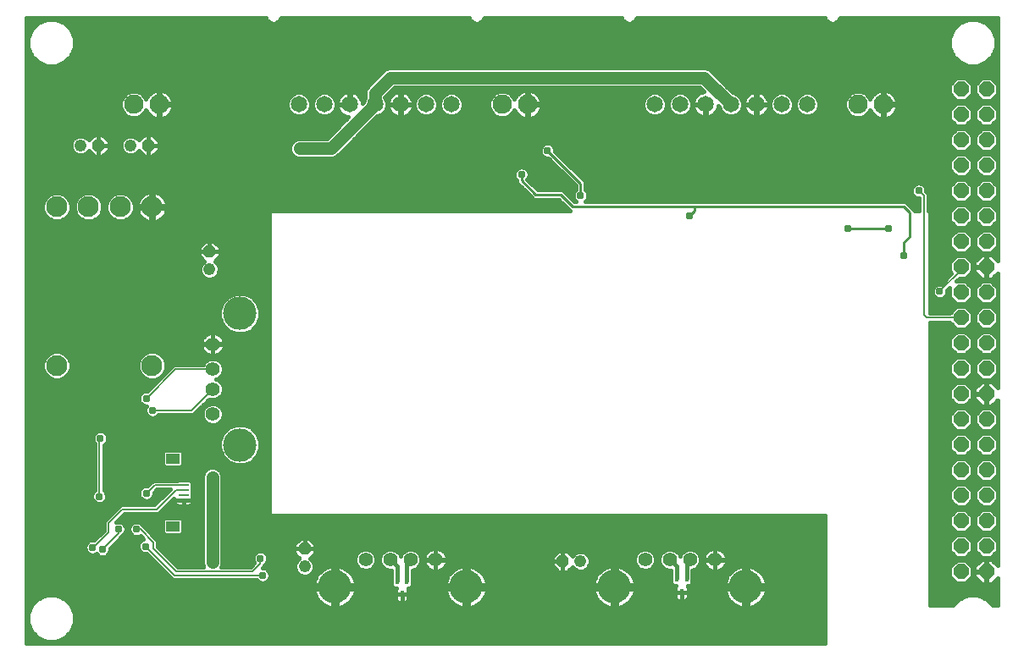
<source format=gbl>
G75*
G70*
%OFA0B0*%
%FSLAX24Y24*%
%IPPOS*%
%LPD*%
%AMOC8*
5,1,8,0,0,1.08239X$1,22.5*
%
%ADD10C,0.0827*%
%ADD11OC8,0.0480*%
%ADD12C,0.0480*%
%ADD13C,0.0650*%
%ADD14C,0.0760*%
%ADD15C,0.0560*%
%ADD16C,0.1310*%
%ADD17R,0.0157X0.0315*%
%ADD18OC8,0.0600*%
%ADD19R,0.0394X0.0098*%
%ADD20R,0.0528X0.0394*%
%ADD21C,0.0500*%
%ADD22C,0.0310*%
%ADD23C,0.0160*%
%ADD24C,0.0080*%
%ADD25R,0.0310X0.0310*%
%ADD26C,0.0100*%
%ADD27C,0.0591*%
D10*
X002047Y012898D03*
X005797Y012898D03*
X005797Y019148D03*
X004547Y019148D03*
X003297Y019148D03*
X002047Y019148D03*
D11*
X003680Y021565D03*
X005649Y021565D03*
X008055Y017387D03*
X011807Y005683D03*
X021957Y005191D03*
D12*
X022657Y005191D03*
X011807Y004983D03*
X008055Y016687D03*
X004949Y021565D03*
X002980Y021565D03*
D13*
X011574Y023183D03*
X012574Y023183D03*
X013574Y023183D03*
X014574Y023183D03*
X015574Y023183D03*
X016574Y023183D03*
X017574Y023183D03*
X025574Y023183D03*
X026574Y023183D03*
X027574Y023183D03*
X028574Y023183D03*
X029574Y023183D03*
X030574Y023183D03*
X031574Y023183D03*
D14*
X033574Y023183D03*
X034574Y023183D03*
X020574Y023183D03*
X019574Y023183D03*
X006074Y023183D03*
X005074Y023183D03*
D15*
X008186Y013739D03*
X008186Y012759D03*
X008186Y011969D03*
X008186Y010989D03*
X014199Y005253D03*
X015179Y005253D03*
X015969Y005253D03*
X016949Y005253D03*
X025199Y005253D03*
X026179Y005253D03*
X026969Y005253D03*
X027949Y005253D03*
D16*
X029159Y004183D03*
X023989Y004183D03*
X018159Y004183D03*
X012989Y004183D03*
X009256Y009779D03*
X009256Y014949D03*
D17*
X015437Y004439D03*
X015830Y004439D03*
X015634Y003888D03*
X026445Y004518D03*
X026838Y004518D03*
X026641Y003967D03*
D18*
X037634Y004782D03*
X038634Y004782D03*
X038634Y005782D03*
X038634Y006782D03*
X037634Y006782D03*
X037634Y005782D03*
X037634Y007782D03*
X038634Y007782D03*
X038634Y008782D03*
X038634Y009782D03*
X037634Y009782D03*
X037634Y008782D03*
X037634Y010782D03*
X038634Y010782D03*
X038634Y011782D03*
X037634Y011782D03*
X037634Y012782D03*
X038634Y012782D03*
X038634Y013782D03*
X037634Y013782D03*
X037634Y014782D03*
X038634Y014782D03*
X038634Y015782D03*
X037634Y015782D03*
X037634Y016782D03*
X038634Y016782D03*
X038634Y017782D03*
X037634Y017782D03*
X037634Y018782D03*
X038634Y018782D03*
X038634Y019782D03*
X037634Y019782D03*
X037634Y020782D03*
X038634Y020782D03*
X038634Y021782D03*
X038634Y022782D03*
X037634Y022782D03*
X037634Y021782D03*
X037634Y023782D03*
X038634Y023782D03*
D19*
X007031Y008199D03*
X007031Y008002D03*
X007031Y007805D03*
X007031Y007608D03*
D20*
X006618Y006569D03*
X006618Y009238D03*
D21*
X008173Y008494D02*
X008173Y005148D01*
X013527Y019911D02*
X013685Y019911D01*
X013527Y019911D02*
X013291Y020148D01*
X012838Y021447D02*
X011598Y021447D01*
X012838Y021447D02*
X014574Y023183D01*
X014574Y023636D01*
X015181Y024242D01*
X027515Y024242D01*
X028574Y023183D01*
D22*
X025063Y020581D03*
X026952Y018809D03*
X022661Y019597D03*
X021165Y019163D03*
X020338Y020423D03*
X019078Y020463D03*
X021362Y021368D03*
X011598Y021447D03*
X001677Y022510D03*
X005574Y011604D03*
X005811Y011132D03*
X003763Y010030D03*
X002582Y010030D03*
X003724Y007746D03*
X004354Y007667D03*
X005574Y007864D03*
X005181Y006447D03*
X004472Y006447D03*
X004787Y005699D03*
X005535Y005778D03*
X003842Y005660D03*
X003449Y005738D03*
X003645Y006368D03*
X004708Y003927D03*
X008173Y005148D03*
X008449Y003967D03*
X010141Y004636D03*
X010063Y005305D03*
X008173Y008494D03*
X033173Y018297D03*
X034787Y018297D03*
X035378Y017234D03*
X036795Y015817D03*
X035968Y019793D03*
D23*
X000854Y026600D02*
X000854Y001963D01*
X032267Y001963D01*
X032267Y006998D01*
X010417Y006998D01*
X010417Y019006D01*
X022235Y019006D01*
X022156Y019085D01*
X021795Y019446D01*
X020811Y019446D01*
X020699Y019557D01*
X020148Y020108D01*
X020148Y020196D01*
X020088Y020256D01*
X020043Y020365D01*
X020043Y020482D01*
X020088Y020590D01*
X020171Y020673D01*
X020280Y020718D01*
X020397Y020718D01*
X020505Y020673D01*
X020588Y020590D01*
X020633Y020482D01*
X020633Y020365D01*
X020588Y020256D01*
X020563Y020231D01*
X020968Y019826D01*
X021795Y019826D01*
X021952Y019826D01*
X022425Y019353D01*
X022487Y019353D01*
X022411Y019429D01*
X022366Y019538D01*
X022366Y019655D01*
X022411Y019764D01*
X022471Y019824D01*
X022471Y019990D01*
X021388Y021073D01*
X021303Y021073D01*
X021195Y021118D01*
X021112Y021201D01*
X021067Y021309D01*
X021067Y021427D01*
X021112Y021535D01*
X021195Y021618D01*
X021303Y021663D01*
X021421Y021663D01*
X021529Y021618D01*
X021612Y021535D01*
X021657Y021427D01*
X021657Y021342D01*
X022740Y020259D01*
X022851Y020148D01*
X022851Y019824D01*
X022911Y019764D01*
X022956Y019655D01*
X022956Y019538D01*
X022911Y019429D01*
X022835Y019353D01*
X027071Y019353D01*
X035299Y019353D01*
X035456Y019353D01*
X035693Y019117D01*
X035804Y019006D01*
X035985Y019006D01*
X035985Y019498D01*
X035909Y019498D01*
X035801Y019543D01*
X035718Y019626D01*
X035673Y019735D01*
X035673Y019852D01*
X035718Y019960D01*
X035801Y020043D01*
X035909Y020088D01*
X036027Y020088D01*
X036135Y020043D01*
X036218Y019960D01*
X036263Y019852D01*
X036263Y019753D01*
X036345Y019671D01*
X036345Y019522D01*
X036345Y019006D01*
X036401Y019006D01*
X036401Y014962D01*
X037194Y014962D01*
X037194Y014964D01*
X037451Y015222D01*
X037816Y015222D01*
X038074Y014964D01*
X038074Y014599D01*
X037816Y014342D01*
X037451Y014342D01*
X037194Y014599D01*
X037194Y014602D01*
X036401Y014602D01*
X036401Y003455D01*
X037321Y003455D01*
X037323Y003458D01*
X037579Y003714D01*
X037913Y003853D01*
X038275Y003853D01*
X038610Y003714D01*
X038866Y003458D01*
X038867Y003455D01*
X039074Y003455D01*
X039074Y004543D01*
X038832Y004302D01*
X038654Y004302D01*
X038654Y004761D01*
X038613Y004761D01*
X038613Y004302D01*
X038435Y004302D01*
X038154Y004583D01*
X038154Y004761D01*
X038613Y004761D01*
X038613Y004802D01*
X038154Y004802D01*
X038154Y004980D01*
X038435Y005262D01*
X038613Y005262D01*
X038613Y004802D01*
X038654Y004802D01*
X038654Y005262D01*
X038832Y005262D01*
X039074Y005020D01*
X039074Y011543D01*
X038832Y011302D01*
X038654Y011302D01*
X038654Y011761D01*
X038613Y011761D01*
X038613Y011302D01*
X038435Y011302D01*
X038154Y011583D01*
X038154Y011761D01*
X038613Y011761D01*
X038613Y011802D01*
X038154Y011802D01*
X038154Y011980D01*
X038435Y012262D01*
X038613Y012262D01*
X038613Y011802D01*
X038654Y011802D01*
X038654Y012262D01*
X038832Y012262D01*
X039074Y012020D01*
X039074Y016543D01*
X038832Y016302D01*
X038654Y016302D01*
X038654Y016761D01*
X038613Y016761D01*
X038613Y016302D01*
X038435Y016302D01*
X038154Y016583D01*
X038154Y016761D01*
X038613Y016761D01*
X038613Y016802D01*
X038154Y016802D01*
X038154Y016980D01*
X038435Y017262D01*
X038613Y017262D01*
X038613Y016802D01*
X038654Y016802D01*
X038654Y017262D01*
X038832Y017262D01*
X039074Y017020D01*
X039074Y026600D01*
X032870Y026600D01*
X032833Y026510D01*
X032747Y026425D01*
X032635Y026378D01*
X032514Y026378D01*
X032402Y026425D01*
X032316Y026510D01*
X032279Y026600D01*
X024870Y026600D01*
X024833Y026510D01*
X024747Y026425D01*
X024635Y026378D01*
X024514Y026378D01*
X024402Y026425D01*
X024316Y026510D01*
X024279Y026600D01*
X018870Y026600D01*
X018833Y026510D01*
X018747Y026425D01*
X018635Y026378D01*
X018514Y026378D01*
X018402Y026425D01*
X018316Y026510D01*
X018279Y026600D01*
X010870Y026600D01*
X010833Y026510D01*
X010747Y026425D01*
X010635Y026378D01*
X010514Y026378D01*
X010402Y026425D01*
X010316Y026510D01*
X010279Y026600D01*
X000854Y026600D01*
X000854Y026574D02*
X010289Y026574D01*
X010423Y026416D02*
X002291Y026416D01*
X002350Y026392D02*
X002015Y026530D01*
X001653Y026530D01*
X001319Y026392D01*
X001063Y026136D01*
X000924Y025801D01*
X000924Y025439D01*
X001063Y025105D01*
X001319Y024849D01*
X001653Y024710D01*
X002015Y024710D01*
X002350Y024849D01*
X002606Y025105D01*
X002744Y025439D01*
X002744Y025801D01*
X002606Y026136D01*
X002350Y026392D01*
X002484Y026257D02*
X037445Y026257D01*
X037323Y026136D02*
X037184Y025801D01*
X037184Y025439D01*
X037323Y025105D01*
X037579Y024849D01*
X037913Y024710D01*
X038275Y024710D01*
X038610Y024849D01*
X038866Y025105D01*
X039004Y025439D01*
X039004Y025801D01*
X038866Y026136D01*
X038610Y026392D01*
X038275Y026530D01*
X037913Y026530D01*
X037579Y026392D01*
X037323Y026136D01*
X037308Y026099D02*
X002621Y026099D01*
X002687Y025940D02*
X037242Y025940D01*
X037184Y025782D02*
X002744Y025782D01*
X002744Y025623D02*
X037184Y025623D01*
X037184Y025465D02*
X002744Y025465D01*
X002689Y025306D02*
X037239Y025306D01*
X037305Y025148D02*
X002623Y025148D01*
X002490Y024989D02*
X037438Y024989D01*
X037623Y024830D02*
X002306Y024830D01*
X001363Y024830D02*
X000854Y024830D01*
X000854Y024672D02*
X039074Y024672D01*
X039074Y024830D02*
X038565Y024830D01*
X038750Y024989D02*
X039074Y024989D01*
X039074Y025148D02*
X038883Y025148D01*
X038949Y025306D02*
X039074Y025306D01*
X039074Y025465D02*
X039004Y025465D01*
X039004Y025623D02*
X039074Y025623D01*
X039074Y025782D02*
X039004Y025782D01*
X038946Y025940D02*
X039074Y025940D01*
X039074Y026099D02*
X038881Y026099D01*
X038744Y026257D02*
X039074Y026257D01*
X039074Y026416D02*
X038551Y026416D01*
X039074Y026574D02*
X032860Y026574D01*
X032726Y026416D02*
X037638Y026416D01*
X039074Y024513D02*
X027796Y024513D01*
X027846Y024463D02*
X027736Y024573D01*
X027593Y024632D01*
X015258Y024632D01*
X015103Y024632D01*
X014960Y024573D01*
X014354Y023966D01*
X014244Y023857D01*
X014184Y023713D01*
X014184Y023450D01*
X014180Y023446D01*
X014110Y023276D01*
X014110Y023270D01*
X014077Y023237D01*
X014067Y023301D01*
X014042Y023377D01*
X014006Y023448D01*
X013959Y023512D01*
X013903Y023568D01*
X013839Y023615D01*
X013768Y023651D01*
X013693Y023675D01*
X013614Y023688D01*
X013603Y023688D01*
X013603Y023212D01*
X013546Y023212D01*
X013546Y023688D01*
X013535Y023688D01*
X013456Y023675D01*
X013381Y023651D01*
X013310Y023615D01*
X013246Y023568D01*
X013189Y023512D01*
X013143Y023448D01*
X013107Y023377D01*
X013082Y023301D01*
X013070Y023223D01*
X013070Y023211D01*
X013546Y023211D01*
X013546Y023155D01*
X013070Y023155D01*
X013070Y023143D01*
X013082Y023065D01*
X013107Y022989D01*
X013143Y022919D01*
X013189Y022854D01*
X013246Y022798D01*
X013310Y022751D01*
X013381Y022715D01*
X013456Y022691D01*
X013520Y022681D01*
X012677Y021837D01*
X011521Y021837D01*
X011377Y021778D01*
X011267Y021668D01*
X011208Y021524D01*
X011208Y021369D01*
X011267Y021226D01*
X011377Y021116D01*
X011521Y021057D01*
X012916Y021057D01*
X013059Y021116D01*
X013169Y021226D01*
X014661Y022718D01*
X014667Y022718D01*
X014838Y022789D01*
X014969Y022920D01*
X015039Y023091D01*
X015039Y023276D01*
X014969Y023446D01*
X014964Y023450D01*
X014964Y023474D01*
X015342Y023852D01*
X027354Y023852D01*
X027520Y023686D01*
X027456Y023675D01*
X027381Y023651D01*
X027310Y023615D01*
X027246Y023568D01*
X027189Y023512D01*
X027143Y023448D01*
X027107Y023377D01*
X027082Y023301D01*
X027070Y023223D01*
X027070Y023211D01*
X027546Y023211D01*
X027546Y023155D01*
X027070Y023155D01*
X027070Y023143D01*
X027082Y023065D01*
X027107Y022989D01*
X027143Y022919D01*
X027189Y022854D01*
X027246Y022798D01*
X027310Y022751D01*
X027381Y022715D01*
X027456Y022691D01*
X027535Y022678D01*
X027546Y022678D01*
X027546Y023155D01*
X027603Y023155D01*
X027603Y022678D01*
X027614Y022678D01*
X027693Y022691D01*
X027768Y022715D01*
X027839Y022751D01*
X027903Y022798D01*
X027959Y022854D01*
X028006Y022919D01*
X028042Y022989D01*
X028067Y023065D01*
X028077Y023129D01*
X028110Y023096D01*
X028110Y023091D01*
X028180Y022920D01*
X028311Y022789D01*
X028482Y022718D01*
X028667Y022718D01*
X028838Y022789D01*
X028969Y022920D01*
X029039Y023091D01*
X029039Y023276D01*
X028969Y023446D01*
X028838Y023577D01*
X028667Y023648D01*
X028661Y023648D01*
X027846Y024463D01*
X027954Y024355D02*
X039074Y024355D01*
X039074Y024196D02*
X038841Y024196D01*
X038816Y024222D02*
X038451Y024222D01*
X038194Y023964D01*
X038194Y023599D01*
X038451Y023342D01*
X038816Y023342D01*
X039074Y023599D01*
X039074Y023964D01*
X038816Y024222D01*
X039000Y024038D02*
X039074Y024038D01*
X039074Y023879D02*
X039074Y023879D01*
X039074Y023721D02*
X039074Y023721D01*
X039074Y023562D02*
X039036Y023562D01*
X039074Y023404D02*
X038878Y023404D01*
X038816Y023222D02*
X038451Y023222D01*
X038194Y022964D01*
X038194Y022599D01*
X038451Y022342D01*
X038816Y022342D01*
X039074Y022599D01*
X039074Y022964D01*
X038816Y023222D01*
X038951Y023086D02*
X039074Y023086D01*
X039074Y022928D02*
X039074Y022928D01*
X039074Y022769D02*
X039074Y022769D01*
X039074Y022611D02*
X039074Y022611D01*
X039074Y022452D02*
X038926Y022452D01*
X039074Y022294D02*
X014237Y022294D01*
X014395Y022452D02*
X037341Y022452D01*
X037451Y022342D02*
X037816Y022342D01*
X038074Y022599D01*
X038074Y022964D01*
X037816Y023222D01*
X037451Y023222D01*
X037194Y022964D01*
X037194Y022599D01*
X037451Y022342D01*
X037451Y022222D02*
X037194Y021964D01*
X037194Y021599D01*
X037451Y021342D01*
X037816Y021342D01*
X038074Y021599D01*
X038074Y021964D01*
X037816Y022222D01*
X037451Y022222D01*
X037365Y022135D02*
X014078Y022135D01*
X013920Y021977D02*
X037206Y021977D01*
X037194Y021818D02*
X013761Y021818D01*
X013602Y021660D02*
X021295Y021660D01*
X021429Y021660D02*
X037194Y021660D01*
X037292Y021501D02*
X021626Y021501D01*
X021657Y021343D02*
X037450Y021343D01*
X037451Y021222D02*
X037194Y020964D01*
X037194Y020599D01*
X037451Y020342D01*
X037816Y020342D01*
X038074Y020599D01*
X038074Y020964D01*
X037816Y021222D01*
X037451Y021222D01*
X037414Y021184D02*
X021815Y021184D01*
X021973Y021025D02*
X037255Y021025D01*
X037194Y020867D02*
X022132Y020867D01*
X022290Y020708D02*
X037194Y020708D01*
X037243Y020550D02*
X022449Y020550D01*
X022607Y020391D02*
X037402Y020391D01*
X037451Y020222D02*
X037194Y019964D01*
X037194Y019599D01*
X036345Y019599D01*
X036345Y019440D02*
X037353Y019440D01*
X037451Y019342D02*
X037816Y019342D01*
X038074Y019599D01*
X038074Y019964D01*
X037816Y020222D01*
X037451Y020222D01*
X037304Y020074D02*
X036061Y020074D01*
X035875Y020074D02*
X022851Y020074D01*
X022851Y019916D02*
X035700Y019916D01*
X035673Y019757D02*
X022914Y019757D01*
X022956Y019599D02*
X035746Y019599D01*
X035985Y019440D02*
X022916Y019440D01*
X022407Y019440D02*
X022338Y019440D01*
X022366Y019599D02*
X022180Y019599D01*
X022021Y019757D02*
X022408Y019757D01*
X022471Y019916D02*
X020878Y019916D01*
X020720Y020074D02*
X022387Y020074D01*
X022229Y020233D02*
X020565Y020233D01*
X020633Y020391D02*
X022070Y020391D01*
X021912Y020550D02*
X020605Y020550D01*
X020421Y020708D02*
X021753Y020708D01*
X021594Y020867D02*
X000854Y020867D01*
X000854Y021025D02*
X021436Y021025D01*
X021129Y021184D02*
X013127Y021184D01*
X013285Y021343D02*
X021067Y021343D01*
X021098Y021501D02*
X013444Y021501D01*
X012817Y021977D02*
X005831Y021977D01*
X005823Y021985D02*
X005649Y021985D01*
X005649Y021565D01*
X006069Y021565D01*
X006069Y021739D01*
X005823Y021985D01*
X005649Y021977D02*
X005649Y021977D01*
X005649Y021985D02*
X005475Y021985D01*
X005271Y021781D01*
X005164Y021887D01*
X005024Y021945D01*
X004873Y021945D01*
X004734Y021887D01*
X004627Y021780D01*
X004569Y021641D01*
X004569Y021489D01*
X004627Y021350D01*
X004734Y021243D01*
X004873Y021185D01*
X005024Y021185D01*
X005164Y021243D01*
X005271Y021349D01*
X005475Y021145D01*
X005649Y021145D01*
X005823Y021145D01*
X006069Y021391D01*
X006069Y021565D01*
X005649Y021565D01*
X005649Y021565D01*
X005649Y021145D01*
X005649Y021565D01*
X005649Y021565D01*
X005649Y021565D01*
X005649Y021985D01*
X005649Y021818D02*
X005649Y021818D01*
X005649Y021660D02*
X005649Y021660D01*
X005649Y021501D02*
X005649Y021501D01*
X005649Y021343D02*
X005649Y021343D01*
X005649Y021184D02*
X005649Y021184D01*
X005862Y021184D02*
X011309Y021184D01*
X011219Y021343D02*
X006020Y021343D01*
X006069Y021501D02*
X011208Y021501D01*
X011264Y021660D02*
X006069Y021660D01*
X005990Y021818D02*
X011475Y021818D01*
X011482Y022718D02*
X011667Y022718D01*
X011838Y022789D01*
X011969Y022920D01*
X012039Y023091D01*
X012039Y023276D01*
X011969Y023446D01*
X011838Y023577D01*
X011667Y023648D01*
X011482Y023648D01*
X011311Y023577D01*
X011180Y023446D01*
X011110Y023276D01*
X011110Y023091D01*
X011180Y022920D01*
X011311Y022789D01*
X011482Y022718D01*
X011359Y022769D02*
X006453Y022769D01*
X006439Y022756D02*
X006502Y022818D01*
X006553Y022890D01*
X006593Y022968D01*
X006621Y023052D01*
X006634Y023139D01*
X006634Y023148D01*
X006110Y023148D01*
X006110Y023218D01*
X006634Y023218D01*
X006634Y023227D01*
X006621Y023314D01*
X006593Y023398D01*
X006553Y023477D01*
X006502Y023548D01*
X006439Y023610D01*
X006368Y023662D01*
X006289Y023702D01*
X006206Y023729D01*
X006119Y023743D01*
X006109Y023743D01*
X006109Y023218D01*
X006039Y023218D01*
X006039Y023743D01*
X006030Y023743D01*
X005943Y023729D01*
X005859Y023702D01*
X005781Y023662D01*
X005710Y023610D01*
X005647Y023548D01*
X005596Y023477D01*
X005556Y023398D01*
X005552Y023388D01*
X005515Y023478D01*
X005369Y023624D01*
X005178Y023703D01*
X004971Y023703D01*
X004780Y023624D01*
X004634Y023478D01*
X004554Y023287D01*
X004554Y023080D01*
X004634Y022889D01*
X004780Y022742D01*
X004971Y022663D01*
X005178Y022663D01*
X005369Y022742D01*
X005515Y022889D01*
X005552Y022978D01*
X005556Y022968D01*
X005596Y022890D01*
X005647Y022818D01*
X005710Y022756D01*
X005781Y022704D01*
X005859Y022664D01*
X005943Y022637D01*
X006030Y022623D01*
X006039Y022623D01*
X006039Y023148D01*
X006109Y023148D01*
X006109Y022623D01*
X006119Y022623D01*
X006206Y022637D01*
X006289Y022664D01*
X006368Y022704D01*
X006439Y022756D01*
X006573Y022928D02*
X011177Y022928D01*
X011111Y023086D02*
X006626Y023086D01*
X006632Y023245D02*
X011110Y023245D01*
X011163Y023404D02*
X006591Y023404D01*
X006487Y023562D02*
X011296Y023562D01*
X011853Y023562D02*
X012296Y023562D01*
X012311Y023577D02*
X012180Y023446D01*
X012110Y023276D01*
X012110Y023091D01*
X012180Y022920D01*
X012311Y022789D01*
X012482Y022718D01*
X012667Y022718D01*
X012838Y022789D01*
X012969Y022920D01*
X013039Y023091D01*
X013039Y023276D01*
X012969Y023446D01*
X012838Y023577D01*
X012667Y023648D01*
X012482Y023648D01*
X012311Y023577D01*
X012163Y023404D02*
X011986Y023404D01*
X012039Y023245D02*
X012110Y023245D01*
X012111Y023086D02*
X012038Y023086D01*
X011972Y022928D02*
X012177Y022928D01*
X012359Y022769D02*
X011790Y022769D01*
X012790Y022769D02*
X013285Y022769D01*
X013138Y022928D02*
X012972Y022928D01*
X013038Y023086D02*
X013079Y023086D01*
X013073Y023245D02*
X013039Y023245D01*
X012986Y023404D02*
X013120Y023404D01*
X013240Y023562D02*
X012853Y023562D01*
X013546Y023562D02*
X013603Y023562D01*
X013603Y023404D02*
X013546Y023404D01*
X013546Y023245D02*
X013603Y023245D01*
X013909Y023562D02*
X014184Y023562D01*
X014187Y023721D02*
X006232Y023721D01*
X006109Y023721D02*
X006039Y023721D01*
X005917Y023721D02*
X000854Y023721D01*
X000854Y023879D02*
X014266Y023879D01*
X014425Y024038D02*
X000854Y024038D01*
X000854Y024196D02*
X014583Y024196D01*
X014742Y024355D02*
X000854Y024355D01*
X000854Y024513D02*
X014900Y024513D01*
X015211Y023721D02*
X020417Y023721D01*
X020443Y023729D02*
X020359Y023702D01*
X020281Y023662D01*
X020210Y023610D01*
X020147Y023548D01*
X020096Y023477D01*
X020056Y023398D01*
X020052Y023388D01*
X020015Y023478D01*
X019869Y023624D01*
X019678Y023703D01*
X019471Y023703D01*
X019280Y023624D01*
X019134Y023478D01*
X019054Y023287D01*
X019054Y023080D01*
X019134Y022889D01*
X019280Y022742D01*
X019471Y022663D01*
X019678Y022663D01*
X019869Y022742D01*
X020015Y022889D01*
X020052Y022978D01*
X020056Y022968D01*
X020096Y022890D01*
X020147Y022818D01*
X020210Y022756D01*
X020281Y022704D01*
X020359Y022664D01*
X020443Y022637D01*
X020530Y022623D01*
X020539Y022623D01*
X020539Y023148D01*
X020609Y023148D01*
X020609Y022623D01*
X020619Y022623D01*
X020706Y022637D01*
X020789Y022664D01*
X020868Y022704D01*
X020939Y022756D01*
X021002Y022818D01*
X021053Y022890D01*
X021093Y022968D01*
X021121Y023052D01*
X021134Y023139D01*
X021134Y023148D01*
X020610Y023148D01*
X020610Y023218D01*
X021134Y023218D01*
X021134Y023227D01*
X021121Y023314D01*
X021093Y023398D01*
X021053Y023477D01*
X021002Y023548D01*
X020939Y023610D01*
X020868Y023662D01*
X020789Y023702D01*
X020706Y023729D01*
X020619Y023743D01*
X020609Y023743D01*
X020609Y023218D01*
X020539Y023218D01*
X020539Y023743D01*
X020530Y023743D01*
X020443Y023729D01*
X020539Y023721D02*
X020609Y023721D01*
X020732Y023721D02*
X027485Y023721D01*
X027240Y023562D02*
X026853Y023562D01*
X026838Y023577D02*
X026667Y023648D01*
X026482Y023648D01*
X026311Y023577D01*
X026180Y023446D01*
X026110Y023276D01*
X026110Y023091D01*
X026180Y022920D01*
X026311Y022789D01*
X026482Y022718D01*
X026667Y022718D01*
X026838Y022789D01*
X026969Y022920D01*
X027039Y023091D01*
X027039Y023276D01*
X026969Y023446D01*
X026838Y023577D01*
X026986Y023404D02*
X027120Y023404D01*
X027073Y023245D02*
X027039Y023245D01*
X027038Y023086D02*
X027079Y023086D01*
X027138Y022928D02*
X026972Y022928D01*
X026790Y022769D02*
X027285Y022769D01*
X027546Y022769D02*
X027603Y022769D01*
X027603Y022928D02*
X027546Y022928D01*
X027546Y023086D02*
X027603Y023086D01*
X027864Y022769D02*
X028359Y022769D01*
X028177Y022928D02*
X028011Y022928D01*
X028070Y023086D02*
X028111Y023086D01*
X028790Y022769D02*
X029285Y022769D01*
X029310Y022751D02*
X029246Y022798D01*
X029189Y022854D01*
X029143Y022919D01*
X029107Y022989D01*
X029082Y023065D01*
X029070Y023143D01*
X029070Y023155D01*
X029546Y023155D01*
X029546Y023211D01*
X029070Y023211D01*
X029070Y023223D01*
X029082Y023301D01*
X029107Y023377D01*
X029143Y023448D01*
X029189Y023512D01*
X029246Y023568D01*
X029310Y023615D01*
X029381Y023651D01*
X029456Y023675D01*
X029535Y023688D01*
X029546Y023688D01*
X029546Y023212D01*
X029603Y023212D01*
X029603Y023688D01*
X029614Y023688D01*
X029693Y023675D01*
X029768Y023651D01*
X029839Y023615D01*
X029903Y023568D01*
X029959Y023512D01*
X030006Y023448D01*
X030042Y023377D01*
X030067Y023301D01*
X030079Y023223D01*
X030079Y023211D01*
X029603Y023211D01*
X029603Y023155D01*
X030079Y023155D01*
X030079Y023143D01*
X030067Y023065D01*
X030042Y022989D01*
X030006Y022919D01*
X029959Y022854D01*
X029903Y022798D01*
X029839Y022751D01*
X029768Y022715D01*
X029693Y022691D01*
X029614Y022678D01*
X029603Y022678D01*
X029603Y023155D01*
X029546Y023155D01*
X029546Y022678D01*
X029535Y022678D01*
X029456Y022691D01*
X029381Y022715D01*
X029310Y022751D01*
X029546Y022769D02*
X029603Y022769D01*
X029603Y022928D02*
X029546Y022928D01*
X029546Y023086D02*
X029603Y023086D01*
X029603Y023245D02*
X029546Y023245D01*
X029546Y023404D02*
X029603Y023404D01*
X029603Y023562D02*
X029546Y023562D01*
X029240Y023562D02*
X028853Y023562D01*
X028986Y023404D02*
X029120Y023404D01*
X029073Y023245D02*
X029039Y023245D01*
X029038Y023086D02*
X029079Y023086D01*
X029138Y022928D02*
X028972Y022928D01*
X028588Y023721D02*
X034417Y023721D01*
X034443Y023729D02*
X034359Y023702D01*
X034281Y023662D01*
X034210Y023610D01*
X034147Y023548D01*
X034096Y023477D01*
X034056Y023398D01*
X034052Y023388D01*
X034015Y023478D01*
X033869Y023624D01*
X033678Y023703D01*
X033471Y023703D01*
X033280Y023624D01*
X033134Y023478D01*
X033054Y023287D01*
X033054Y023080D01*
X033134Y022889D01*
X033280Y022742D01*
X033471Y022663D01*
X033678Y022663D01*
X033869Y022742D01*
X034015Y022889D01*
X034052Y022978D01*
X034056Y022968D01*
X034096Y022890D01*
X034147Y022818D01*
X034210Y022756D01*
X034281Y022704D01*
X034359Y022664D01*
X034443Y022637D01*
X034530Y022623D01*
X034539Y022623D01*
X034539Y023148D01*
X034609Y023148D01*
X034609Y022623D01*
X034619Y022623D01*
X034706Y022637D01*
X034789Y022664D01*
X034868Y022704D01*
X034939Y022756D01*
X035002Y022818D01*
X035053Y022890D01*
X035093Y022968D01*
X035121Y023052D01*
X035134Y023139D01*
X035134Y023148D01*
X034610Y023148D01*
X034610Y023218D01*
X035134Y023218D01*
X035134Y023227D01*
X035121Y023314D01*
X035093Y023398D01*
X035053Y023477D01*
X035002Y023548D01*
X034939Y023610D01*
X034868Y023662D01*
X034789Y023702D01*
X034706Y023729D01*
X034619Y023743D01*
X034609Y023743D01*
X034609Y023218D01*
X034539Y023218D01*
X034539Y023743D01*
X034530Y023743D01*
X034443Y023729D01*
X034539Y023721D02*
X034609Y023721D01*
X034732Y023721D02*
X037194Y023721D01*
X037194Y023599D02*
X037451Y023342D01*
X037816Y023342D01*
X038074Y023599D01*
X038074Y023964D01*
X037816Y024222D01*
X037451Y024222D01*
X037194Y023964D01*
X037194Y023599D01*
X037231Y023562D02*
X034987Y023562D01*
X035091Y023404D02*
X037389Y023404D01*
X037316Y023086D02*
X035126Y023086D01*
X035132Y023245D02*
X039074Y023245D01*
X038389Y023404D02*
X037878Y023404D01*
X038036Y023562D02*
X038231Y023562D01*
X038194Y023721D02*
X038074Y023721D01*
X038074Y023879D02*
X038194Y023879D01*
X038268Y024038D02*
X038000Y024038D01*
X037841Y024196D02*
X038426Y024196D01*
X037426Y024196D02*
X028113Y024196D01*
X028271Y024038D02*
X037268Y024038D01*
X037194Y023879D02*
X028430Y023879D01*
X029909Y023562D02*
X030296Y023562D01*
X030311Y023577D02*
X030180Y023446D01*
X030110Y023276D01*
X030110Y023091D01*
X030180Y022920D01*
X030311Y022789D01*
X030482Y022718D01*
X030667Y022718D01*
X030838Y022789D01*
X030969Y022920D01*
X031039Y023091D01*
X031039Y023276D01*
X030969Y023446D01*
X030838Y023577D01*
X030667Y023648D01*
X030482Y023648D01*
X030311Y023577D01*
X030163Y023404D02*
X030029Y023404D01*
X030076Y023245D02*
X030110Y023245D01*
X030111Y023086D02*
X030070Y023086D01*
X030011Y022928D02*
X030177Y022928D01*
X030359Y022769D02*
X029864Y022769D01*
X030790Y022769D02*
X031359Y022769D01*
X031311Y022789D02*
X031482Y022718D01*
X031667Y022718D01*
X031838Y022789D01*
X031969Y022920D01*
X032039Y023091D01*
X032039Y023276D01*
X031969Y023446D01*
X031838Y023577D01*
X031667Y023648D01*
X031482Y023648D01*
X031311Y023577D01*
X031180Y023446D01*
X031110Y023276D01*
X031110Y023091D01*
X031180Y022920D01*
X031311Y022789D01*
X031177Y022928D02*
X030972Y022928D01*
X031038Y023086D02*
X031111Y023086D01*
X031110Y023245D02*
X031039Y023245D01*
X030986Y023404D02*
X031163Y023404D01*
X031296Y023562D02*
X030853Y023562D01*
X031853Y023562D02*
X033218Y023562D01*
X033103Y023404D02*
X031986Y023404D01*
X032039Y023245D02*
X033054Y023245D01*
X033054Y023086D02*
X032038Y023086D01*
X031972Y022928D02*
X033117Y022928D01*
X033253Y022769D02*
X031790Y022769D01*
X033896Y022769D02*
X034196Y022769D01*
X034076Y022928D02*
X034032Y022928D01*
X034046Y023404D02*
X034058Y023404D01*
X034161Y023562D02*
X033931Y023562D01*
X034539Y023562D02*
X034609Y023562D01*
X034609Y023404D02*
X034539Y023404D01*
X034539Y023245D02*
X034609Y023245D01*
X034609Y023086D02*
X034539Y023086D01*
X034539Y022928D02*
X034609Y022928D01*
X034609Y022769D02*
X034539Y022769D01*
X034953Y022769D02*
X037194Y022769D01*
X037194Y022611D02*
X014554Y022611D01*
X014790Y022769D02*
X015285Y022769D01*
X015310Y022751D02*
X015381Y022715D01*
X015456Y022691D01*
X015535Y022678D01*
X015546Y022678D01*
X015546Y023155D01*
X015070Y023155D01*
X015070Y023143D01*
X015082Y023065D01*
X015107Y022989D01*
X015143Y022919D01*
X015189Y022854D01*
X015246Y022798D01*
X015310Y022751D01*
X015546Y022769D02*
X015603Y022769D01*
X015603Y022678D02*
X015614Y022678D01*
X015693Y022691D01*
X015768Y022715D01*
X015839Y022751D01*
X015903Y022798D01*
X015959Y022854D01*
X016006Y022919D01*
X016042Y022989D01*
X016067Y023065D01*
X016079Y023143D01*
X016079Y023155D01*
X015603Y023155D01*
X015603Y023211D01*
X016079Y023211D01*
X016079Y023223D01*
X016067Y023301D01*
X016042Y023377D01*
X016006Y023448D01*
X015959Y023512D01*
X015903Y023568D01*
X015839Y023615D01*
X015768Y023651D01*
X015693Y023675D01*
X015614Y023688D01*
X015603Y023688D01*
X015603Y023212D01*
X015546Y023212D01*
X015546Y023688D01*
X015535Y023688D01*
X015456Y023675D01*
X015381Y023651D01*
X015310Y023615D01*
X015246Y023568D01*
X015189Y023512D01*
X015143Y023448D01*
X015107Y023377D01*
X015082Y023301D01*
X015070Y023223D01*
X015070Y023211D01*
X015546Y023211D01*
X015546Y023155D01*
X015603Y023155D01*
X015603Y022678D01*
X015603Y022928D02*
X015546Y022928D01*
X015546Y023086D02*
X015603Y023086D01*
X015603Y023245D02*
X015546Y023245D01*
X015546Y023404D02*
X015603Y023404D01*
X015603Y023562D02*
X015546Y023562D01*
X015240Y023562D02*
X015052Y023562D01*
X014986Y023404D02*
X015120Y023404D01*
X015073Y023245D02*
X015039Y023245D01*
X015038Y023086D02*
X015079Y023086D01*
X015138Y022928D02*
X014972Y022928D01*
X015864Y022769D02*
X016359Y022769D01*
X016311Y022789D02*
X016482Y022718D01*
X016667Y022718D01*
X016838Y022789D01*
X016969Y022920D01*
X017039Y023091D01*
X017039Y023276D01*
X016969Y023446D01*
X016838Y023577D01*
X016667Y023648D01*
X016482Y023648D01*
X016311Y023577D01*
X016180Y023446D01*
X016110Y023276D01*
X016110Y023091D01*
X016180Y022920D01*
X016311Y022789D01*
X016177Y022928D02*
X016011Y022928D01*
X016070Y023086D02*
X016111Y023086D01*
X016110Y023245D02*
X016076Y023245D01*
X016029Y023404D02*
X016163Y023404D01*
X016296Y023562D02*
X015909Y023562D01*
X016853Y023562D02*
X017296Y023562D01*
X017311Y023577D02*
X017180Y023446D01*
X017110Y023276D01*
X017110Y023091D01*
X017180Y022920D01*
X017311Y022789D01*
X017482Y022718D01*
X017667Y022718D01*
X017838Y022789D01*
X017969Y022920D01*
X018039Y023091D01*
X018039Y023276D01*
X017969Y023446D01*
X017838Y023577D01*
X017667Y023648D01*
X017482Y023648D01*
X017311Y023577D01*
X017163Y023404D02*
X016986Y023404D01*
X017039Y023245D02*
X017110Y023245D01*
X017111Y023086D02*
X017038Y023086D01*
X016972Y022928D02*
X017177Y022928D01*
X017359Y022769D02*
X016790Y022769D01*
X017790Y022769D02*
X019253Y022769D01*
X019117Y022928D02*
X017972Y022928D01*
X018038Y023086D02*
X019054Y023086D01*
X019054Y023245D02*
X018039Y023245D01*
X017986Y023404D02*
X019103Y023404D01*
X019218Y023562D02*
X017853Y023562D01*
X019931Y023562D02*
X020161Y023562D01*
X020058Y023404D02*
X020046Y023404D01*
X020032Y022928D02*
X020076Y022928D01*
X020196Y022769D02*
X019896Y022769D01*
X020539Y022769D02*
X020609Y022769D01*
X020609Y022928D02*
X020539Y022928D01*
X020539Y023086D02*
X020609Y023086D01*
X020609Y023245D02*
X020539Y023245D01*
X020539Y023404D02*
X020609Y023404D01*
X020609Y023562D02*
X020539Y023562D01*
X020987Y023562D02*
X025296Y023562D01*
X025311Y023577D02*
X025180Y023446D01*
X025110Y023276D01*
X025110Y023091D01*
X025180Y022920D01*
X025311Y022789D01*
X025482Y022718D01*
X025667Y022718D01*
X025838Y022789D01*
X025969Y022920D01*
X026039Y023091D01*
X026039Y023276D01*
X025969Y023446D01*
X025838Y023577D01*
X025667Y023648D01*
X025482Y023648D01*
X025311Y023577D01*
X025163Y023404D02*
X021091Y023404D01*
X021132Y023245D02*
X025110Y023245D01*
X025111Y023086D02*
X021126Y023086D01*
X021073Y022928D02*
X025177Y022928D01*
X025359Y022769D02*
X020953Y022769D01*
X020256Y020708D02*
X000854Y020708D01*
X000854Y020550D02*
X020071Y020550D01*
X020043Y020391D02*
X000854Y020391D01*
X000854Y020233D02*
X020112Y020233D01*
X020182Y020074D02*
X000854Y020074D01*
X000854Y019916D02*
X020341Y019916D01*
X020500Y019757D02*
X000854Y019757D01*
X000854Y019599D02*
X001715Y019599D01*
X001733Y019617D02*
X001578Y019461D01*
X001494Y019258D01*
X001494Y019038D01*
X001578Y018834D01*
X001733Y018679D01*
X001937Y018594D01*
X002157Y018594D01*
X002360Y018679D01*
X002516Y018834D01*
X002600Y019038D01*
X002600Y019258D01*
X002516Y019461D01*
X002360Y019617D01*
X002157Y019701D01*
X001937Y019701D01*
X001733Y019617D01*
X001569Y019440D02*
X000854Y019440D01*
X000854Y019281D02*
X001503Y019281D01*
X001494Y019123D02*
X000854Y019123D01*
X000854Y018964D02*
X001524Y018964D01*
X001606Y018806D02*
X000854Y018806D01*
X000854Y018647D02*
X001809Y018647D01*
X002285Y018647D02*
X003059Y018647D01*
X002983Y018679D02*
X003187Y018594D01*
X003407Y018594D01*
X003610Y018679D01*
X003766Y018834D01*
X003850Y019038D01*
X003850Y019258D01*
X003766Y019461D01*
X003610Y019617D01*
X003407Y019701D01*
X003187Y019701D01*
X002983Y019617D01*
X002828Y019461D01*
X002744Y019258D01*
X002744Y019038D01*
X002828Y018834D01*
X002983Y018679D01*
X002856Y018806D02*
X002488Y018806D01*
X002570Y018964D02*
X002774Y018964D01*
X002744Y019123D02*
X002600Y019123D01*
X002591Y019281D02*
X002753Y019281D01*
X002819Y019440D02*
X002525Y019440D01*
X002379Y019599D02*
X002965Y019599D01*
X003629Y019599D02*
X004215Y019599D01*
X004233Y019617D02*
X004078Y019461D01*
X003994Y019258D01*
X003994Y019038D01*
X004078Y018834D01*
X004233Y018679D01*
X004437Y018594D01*
X004657Y018594D01*
X004860Y018679D01*
X005016Y018834D01*
X005100Y019038D01*
X005100Y019258D01*
X005016Y019461D01*
X004860Y019617D01*
X004657Y019701D01*
X004437Y019701D01*
X004233Y019617D01*
X004069Y019440D02*
X003775Y019440D01*
X003841Y019281D02*
X004003Y019281D01*
X003994Y019123D02*
X003850Y019123D01*
X003820Y018964D02*
X004024Y018964D01*
X004106Y018806D02*
X003738Y018806D01*
X003535Y018647D02*
X004309Y018647D01*
X004785Y018647D02*
X005476Y018647D01*
X005486Y018640D02*
X005569Y018598D01*
X005658Y018569D01*
X005739Y018556D01*
X005739Y019090D01*
X005205Y019090D01*
X005218Y019009D01*
X005247Y018920D01*
X005289Y018837D01*
X005344Y018761D01*
X005410Y018695D01*
X005486Y018640D01*
X005312Y018806D02*
X004988Y018806D01*
X005070Y018964D02*
X005233Y018964D01*
X005100Y019123D02*
X005739Y019123D01*
X005739Y019090D02*
X005739Y019206D01*
X005739Y019739D01*
X005658Y019726D01*
X005569Y019698D01*
X005486Y019655D01*
X005410Y019600D01*
X005344Y019534D01*
X005289Y019459D01*
X005247Y019375D01*
X005218Y019287D01*
X005205Y019206D01*
X005739Y019206D01*
X005855Y019206D01*
X005855Y019739D01*
X005936Y019726D01*
X006025Y019698D01*
X006108Y019655D01*
X006183Y019600D01*
X006250Y019534D01*
X006304Y019459D01*
X006347Y019375D01*
X006376Y019287D01*
X006389Y019206D01*
X005855Y019206D01*
X005855Y019090D01*
X006389Y019090D01*
X006376Y019009D01*
X006347Y018920D01*
X006304Y018837D01*
X006250Y018761D01*
X006183Y018695D01*
X006108Y018640D01*
X006025Y018598D01*
X005936Y018569D01*
X005855Y018556D01*
X005855Y019090D01*
X005739Y019090D01*
X005855Y019123D02*
X022118Y019123D01*
X021959Y019281D02*
X006376Y019281D01*
X006314Y019440D02*
X021801Y019440D01*
X020658Y019599D02*
X006185Y019599D01*
X005855Y019599D02*
X005739Y019599D01*
X005739Y019440D02*
X005855Y019440D01*
X005855Y019281D02*
X005739Y019281D01*
X005739Y018964D02*
X005855Y018964D01*
X005855Y018806D02*
X005739Y018806D01*
X005739Y018647D02*
X005855Y018647D01*
X006118Y018647D02*
X010417Y018647D01*
X010417Y018489D02*
X000854Y018489D01*
X000854Y018330D02*
X010417Y018330D01*
X010417Y018172D02*
X000854Y018172D01*
X000854Y018013D02*
X010417Y018013D01*
X010417Y017855D02*
X000854Y017855D01*
X000854Y017696D02*
X007769Y017696D01*
X007881Y017807D02*
X007635Y017561D01*
X007635Y017388D01*
X008054Y017388D01*
X008054Y017387D01*
X007635Y017387D01*
X007635Y017214D01*
X007839Y017009D01*
X007733Y016903D01*
X000854Y016903D01*
X000854Y016745D02*
X007675Y016745D01*
X007675Y016763D02*
X007675Y016612D01*
X007733Y016472D01*
X007840Y016365D01*
X007979Y016307D01*
X008130Y016307D01*
X008270Y016365D01*
X008377Y016472D01*
X008435Y016612D01*
X008435Y016763D01*
X008377Y016903D01*
X008270Y017009D01*
X008475Y017214D01*
X008475Y017387D01*
X008055Y017387D01*
X008055Y017388D01*
X008055Y017388D01*
X008055Y017807D01*
X008229Y017807D01*
X008475Y017561D01*
X008475Y017388D01*
X008055Y017388D01*
X008055Y017807D01*
X007881Y017807D01*
X008055Y017696D02*
X008055Y017696D01*
X008055Y017537D02*
X008055Y017537D01*
X008340Y017696D02*
X010417Y017696D01*
X010417Y017537D02*
X008475Y017537D01*
X008475Y017379D02*
X010417Y017379D01*
X010417Y017220D02*
X008475Y017220D01*
X008323Y017062D02*
X010417Y017062D01*
X010417Y016903D02*
X008376Y016903D01*
X008435Y016745D02*
X010417Y016745D01*
X010417Y016586D02*
X008424Y016586D01*
X008332Y016428D02*
X010417Y016428D01*
X010417Y016269D02*
X000854Y016269D01*
X000854Y016111D02*
X010417Y016111D01*
X010417Y015952D02*
X000854Y015952D01*
X000854Y015794D02*
X010417Y015794D01*
X010417Y015635D02*
X009678Y015635D01*
X009706Y015623D02*
X009414Y015744D01*
X009097Y015744D01*
X008805Y015623D01*
X008582Y015400D01*
X008461Y015107D01*
X008461Y014791D01*
X008582Y014499D01*
X008805Y014275D01*
X009097Y014154D01*
X009414Y014154D01*
X009706Y014275D01*
X009930Y014499D01*
X010051Y014791D01*
X010051Y015107D01*
X009930Y015400D01*
X009706Y015623D01*
X009853Y015476D02*
X010417Y015476D01*
X010417Y015318D02*
X009963Y015318D01*
X010029Y015159D02*
X010417Y015159D01*
X010417Y015001D02*
X010051Y015001D01*
X010051Y014842D02*
X010417Y014842D01*
X010417Y014684D02*
X010006Y014684D01*
X009940Y014525D02*
X010417Y014525D01*
X010417Y014367D02*
X009797Y014367D01*
X009544Y014208D02*
X010417Y014208D01*
X010417Y014050D02*
X008526Y014050D01*
X008536Y014039D02*
X008485Y014090D01*
X008427Y014133D01*
X008362Y014166D01*
X008293Y014188D01*
X008222Y014199D01*
X008196Y014199D01*
X008196Y013749D01*
X008646Y013749D01*
X008646Y013775D01*
X008634Y013847D01*
X008612Y013916D01*
X008579Y013980D01*
X008536Y014039D01*
X008620Y013891D02*
X010417Y013891D01*
X010417Y013732D02*
X008196Y013732D01*
X008196Y013729D02*
X008196Y013749D01*
X008176Y013749D01*
X008176Y014199D01*
X008149Y014199D01*
X008078Y014188D01*
X008009Y014166D01*
X007944Y014133D01*
X007886Y014090D01*
X007835Y014039D01*
X007792Y013980D01*
X007759Y013916D01*
X007737Y013847D01*
X007726Y013775D01*
X007726Y013749D01*
X008175Y013749D01*
X008175Y013729D01*
X007726Y013729D01*
X007726Y013703D01*
X007737Y013631D01*
X007759Y013563D01*
X007792Y013498D01*
X007835Y013440D01*
X007886Y013388D01*
X007944Y013346D01*
X008009Y013313D01*
X008078Y013291D01*
X008149Y013279D01*
X008176Y013279D01*
X008176Y013729D01*
X008196Y013729D01*
X008646Y013729D01*
X008646Y013703D01*
X008634Y013631D01*
X008612Y013563D01*
X008579Y013498D01*
X008536Y013440D01*
X008485Y013388D01*
X008427Y013346D01*
X008362Y013313D01*
X008293Y013291D01*
X008222Y013279D01*
X008196Y013279D01*
X008196Y013729D01*
X008175Y013732D02*
X000854Y013732D01*
X000854Y013574D02*
X007756Y013574D01*
X007859Y013415D02*
X005993Y013415D01*
X005907Y013451D02*
X005687Y013451D01*
X005483Y013367D01*
X005328Y013211D01*
X005244Y013008D01*
X005244Y012788D01*
X005328Y012584D01*
X005483Y012429D01*
X005687Y012344D01*
X005907Y012344D01*
X006110Y012429D01*
X006266Y012584D01*
X006350Y012788D01*
X006350Y013008D01*
X006266Y013211D01*
X006110Y013367D01*
X005907Y013451D01*
X005601Y013415D02*
X002243Y013415D01*
X002157Y013451D02*
X001937Y013451D01*
X001733Y013367D01*
X001578Y013211D01*
X001494Y013008D01*
X001494Y012788D01*
X001578Y012584D01*
X001733Y012429D01*
X001937Y012344D01*
X002157Y012344D01*
X002360Y012429D01*
X002516Y012584D01*
X002600Y012788D01*
X002600Y013008D01*
X002516Y013211D01*
X002360Y013367D01*
X002157Y013451D01*
X001851Y013415D02*
X000854Y013415D01*
X000854Y013257D02*
X001623Y013257D01*
X001531Y013098D02*
X000854Y013098D01*
X000854Y012940D02*
X001494Y012940D01*
X001496Y012781D02*
X000854Y012781D01*
X000854Y012623D02*
X001562Y012623D01*
X001698Y012464D02*
X000854Y012464D01*
X000854Y012306D02*
X006021Y012306D01*
X006146Y012464D02*
X006180Y012464D01*
X006282Y012623D02*
X006338Y012623D01*
X006348Y012781D02*
X006497Y012781D01*
X006549Y012834D02*
X005615Y011899D01*
X005516Y011899D01*
X005407Y011854D01*
X005324Y011771D01*
X005279Y011663D01*
X005279Y011546D01*
X005324Y011437D01*
X005407Y011354D01*
X005516Y011309D01*
X005571Y011309D01*
X005561Y011299D01*
X005516Y011191D01*
X005516Y011073D01*
X005561Y010965D01*
X005644Y010882D01*
X005752Y010837D01*
X005869Y010837D01*
X005978Y010882D01*
X006048Y010952D01*
X007274Y010952D01*
X007423Y010952D01*
X008044Y011573D01*
X008102Y011549D01*
X008269Y011549D01*
X008423Y011613D01*
X008542Y011731D01*
X008606Y011886D01*
X008606Y012053D01*
X008542Y012207D01*
X008423Y012325D01*
X008329Y012364D01*
X008423Y012403D01*
X008542Y012521D01*
X008606Y012676D01*
X008606Y012843D01*
X008542Y012997D01*
X008423Y013115D01*
X008269Y013179D01*
X008102Y013179D01*
X007948Y013115D01*
X007830Y012997D01*
X007806Y012939D01*
X006655Y012939D01*
X006549Y012834D01*
X006549Y012834D01*
X006350Y012940D02*
X007806Y012940D01*
X007931Y013098D02*
X006313Y013098D01*
X006220Y013257D02*
X010417Y013257D01*
X010417Y013415D02*
X008512Y013415D01*
X008615Y013574D02*
X010417Y013574D01*
X010417Y013098D02*
X008440Y013098D01*
X008565Y012940D02*
X010417Y012940D01*
X010417Y012781D02*
X008606Y012781D01*
X008584Y012623D02*
X010417Y012623D01*
X010417Y012464D02*
X008484Y012464D01*
X008443Y012306D02*
X010417Y012306D01*
X010417Y012147D02*
X008567Y012147D01*
X008606Y011988D02*
X010417Y011988D01*
X010417Y011830D02*
X008582Y011830D01*
X008482Y011671D02*
X010417Y011671D01*
X010417Y011513D02*
X007984Y011513D01*
X008102Y011409D02*
X007948Y011345D01*
X007830Y011227D01*
X007766Y011073D01*
X007766Y010906D01*
X007830Y010751D01*
X007948Y010633D01*
X008102Y010569D01*
X008269Y010569D01*
X008423Y010633D01*
X008542Y010751D01*
X008606Y010906D01*
X008606Y011073D01*
X008542Y011227D01*
X008423Y011345D01*
X008269Y011409D01*
X008102Y011409D01*
X007969Y011354D02*
X007825Y011354D01*
X007817Y011196D02*
X007667Y011196D01*
X007766Y011037D02*
X007508Y011037D01*
X007777Y010879D02*
X005970Y010879D01*
X005651Y010879D02*
X000854Y010879D01*
X000854Y011037D02*
X005531Y011037D01*
X005518Y011196D02*
X000854Y011196D01*
X000854Y011354D02*
X005407Y011354D01*
X005293Y011513D02*
X000854Y011513D01*
X000854Y011671D02*
X005283Y011671D01*
X005383Y011830D02*
X000854Y011830D01*
X000854Y011988D02*
X005704Y011988D01*
X005863Y012147D02*
X000854Y012147D01*
X002396Y012464D02*
X005448Y012464D01*
X005312Y012623D02*
X002532Y012623D01*
X002598Y012781D02*
X005246Y012781D01*
X005244Y012940D02*
X002600Y012940D01*
X002563Y013098D02*
X005281Y013098D01*
X005373Y013257D02*
X002470Y013257D01*
X000854Y013891D02*
X007751Y013891D01*
X007845Y014050D02*
X000854Y014050D01*
X000854Y014208D02*
X008967Y014208D01*
X008714Y014367D02*
X000854Y014367D01*
X000854Y014525D02*
X008571Y014525D01*
X008505Y014684D02*
X000854Y014684D01*
X000854Y014842D02*
X008461Y014842D01*
X008461Y015001D02*
X000854Y015001D01*
X000854Y015159D02*
X008482Y015159D01*
X008548Y015318D02*
X000854Y015318D01*
X000854Y015476D02*
X008658Y015476D01*
X008834Y015635D02*
X000854Y015635D01*
X000854Y016428D02*
X007777Y016428D01*
X007685Y016586D02*
X000854Y016586D01*
X000854Y017062D02*
X007786Y017062D01*
X007733Y016903D02*
X007675Y016763D01*
X007635Y017220D02*
X000854Y017220D01*
X000854Y017379D02*
X007635Y017379D01*
X007635Y017537D02*
X000854Y017537D01*
X004879Y019599D02*
X005409Y019599D01*
X005280Y019440D02*
X005025Y019440D01*
X005091Y019281D02*
X005217Y019281D01*
X006282Y018806D02*
X010417Y018806D01*
X010417Y018964D02*
X006361Y018964D01*
X005436Y021184D02*
X003893Y021184D01*
X003854Y021145D02*
X004100Y021391D01*
X004100Y021565D01*
X004100Y021739D01*
X003854Y021985D01*
X003681Y021985D01*
X003681Y021565D01*
X004100Y021565D01*
X003681Y021565D01*
X003681Y021565D01*
X003681Y021145D01*
X003854Y021145D01*
X003680Y021145D02*
X003680Y021565D01*
X003681Y021565D01*
X003680Y021565D01*
X003680Y021985D01*
X003506Y021985D01*
X003302Y021781D01*
X003196Y021887D01*
X003056Y021945D01*
X002905Y021945D01*
X002765Y021887D01*
X002658Y021780D01*
X002600Y021641D01*
X002600Y021489D01*
X002658Y021350D01*
X002765Y021243D01*
X002905Y021185D01*
X003056Y021185D01*
X003196Y021243D01*
X003302Y021349D01*
X003506Y021145D01*
X003680Y021145D01*
X003680Y021184D02*
X003681Y021184D01*
X003680Y021343D02*
X003681Y021343D01*
X003680Y021501D02*
X003681Y021501D01*
X003680Y021660D02*
X003681Y021660D01*
X003680Y021818D02*
X003681Y021818D01*
X003680Y021977D02*
X003681Y021977D01*
X003863Y021977D02*
X005467Y021977D01*
X005308Y021818D02*
X005233Y021818D01*
X005264Y021343D02*
X005277Y021343D01*
X004634Y021343D02*
X004052Y021343D01*
X004100Y021501D02*
X004569Y021501D01*
X004577Y021660D02*
X004100Y021660D01*
X004021Y021818D02*
X004665Y021818D01*
X004753Y022769D02*
X000854Y022769D01*
X000854Y022611D02*
X013451Y022611D01*
X013292Y022452D02*
X000854Y022452D01*
X000854Y022294D02*
X013134Y022294D01*
X012975Y022135D02*
X000854Y022135D01*
X000854Y021977D02*
X003498Y021977D01*
X003340Y021818D02*
X003265Y021818D01*
X003295Y021343D02*
X003309Y021343D01*
X003467Y021184D02*
X000854Y021184D01*
X000854Y021343D02*
X002665Y021343D01*
X002600Y021501D02*
X000854Y021501D01*
X000854Y021660D02*
X002608Y021660D01*
X002696Y021818D02*
X000854Y021818D01*
X000854Y022928D02*
X004617Y022928D01*
X004554Y023086D02*
X000854Y023086D01*
X000854Y023245D02*
X004554Y023245D01*
X004603Y023404D02*
X000854Y023404D01*
X000854Y023562D02*
X004718Y023562D01*
X005431Y023562D02*
X005661Y023562D01*
X005558Y023404D02*
X005546Y023404D01*
X005532Y022928D02*
X005576Y022928D01*
X005696Y022769D02*
X005396Y022769D01*
X006039Y022769D02*
X006109Y022769D01*
X006109Y022928D02*
X006039Y022928D01*
X006039Y023086D02*
X006109Y023086D01*
X006109Y023245D02*
X006039Y023245D01*
X006039Y023404D02*
X006109Y023404D01*
X006109Y023562D02*
X006039Y023562D01*
X010726Y026416D02*
X018423Y026416D01*
X018289Y026574D02*
X010860Y026574D01*
X014029Y023404D02*
X014163Y023404D01*
X014085Y023245D02*
X014076Y023245D01*
X018726Y026416D02*
X024423Y026416D01*
X024289Y026574D02*
X018860Y026574D01*
X024726Y026416D02*
X032423Y026416D01*
X032289Y026574D02*
X024860Y026574D01*
X025853Y023562D02*
X026296Y023562D01*
X026163Y023404D02*
X025986Y023404D01*
X026039Y023245D02*
X026110Y023245D01*
X026111Y023086D02*
X026038Y023086D01*
X025972Y022928D02*
X026177Y022928D01*
X026359Y022769D02*
X025790Y022769D01*
X022766Y020233D02*
X039074Y020233D01*
X039074Y020391D02*
X038865Y020391D01*
X038816Y020342D02*
X038451Y020342D01*
X038194Y020599D01*
X038194Y020964D01*
X038451Y021222D01*
X038816Y021222D01*
X039074Y020964D01*
X039074Y020599D01*
X038816Y020342D01*
X038816Y020222D02*
X038451Y020222D01*
X038194Y019964D01*
X038194Y019599D01*
X038073Y019599D01*
X038194Y019599D02*
X038451Y019342D01*
X038816Y019342D01*
X039074Y019599D01*
X039073Y019599D01*
X039074Y019599D02*
X039074Y019964D01*
X038816Y020222D01*
X038963Y020074D02*
X039074Y020074D01*
X039074Y019916D02*
X039074Y019916D01*
X039074Y019757D02*
X039074Y019757D01*
X039074Y019440D02*
X038914Y019440D01*
X039074Y019281D02*
X036345Y019281D01*
X036345Y019123D02*
X037353Y019123D01*
X037451Y019222D02*
X037194Y018964D01*
X036401Y018964D01*
X036401Y018806D02*
X037194Y018806D01*
X037194Y018964D02*
X037194Y018599D01*
X037451Y018342D01*
X037816Y018342D01*
X038074Y018599D01*
X038074Y018964D01*
X037816Y019222D01*
X037451Y019222D01*
X037451Y019342D02*
X037194Y019599D01*
X037194Y019757D02*
X036263Y019757D01*
X036237Y019916D02*
X037194Y019916D01*
X037963Y020074D02*
X038304Y020074D01*
X038194Y019916D02*
X038074Y019916D01*
X038074Y019757D02*
X038194Y019757D01*
X038353Y019440D02*
X037914Y019440D01*
X037914Y019123D02*
X038353Y019123D01*
X038451Y019222D02*
X038194Y018964D01*
X038073Y018964D01*
X038194Y018964D02*
X038194Y018599D01*
X038451Y018342D01*
X038816Y018342D01*
X039074Y018599D01*
X039074Y018964D01*
X039073Y018964D01*
X039074Y018964D02*
X038816Y019222D01*
X038451Y019222D01*
X038914Y019123D02*
X039074Y019123D01*
X039074Y018806D02*
X039074Y018806D01*
X039074Y018647D02*
X039074Y018647D01*
X039074Y018489D02*
X038963Y018489D01*
X039074Y018330D02*
X036401Y018330D01*
X036401Y018172D02*
X037401Y018172D01*
X037451Y018222D02*
X037194Y017964D01*
X037194Y017599D01*
X037451Y017342D01*
X037816Y017342D01*
X038074Y017599D01*
X038074Y017964D01*
X037816Y018222D01*
X037451Y018222D01*
X037243Y018013D02*
X036401Y018013D01*
X036401Y017855D02*
X037194Y017855D01*
X037194Y017696D02*
X036401Y017696D01*
X036401Y017537D02*
X037255Y017537D01*
X037414Y017379D02*
X036401Y017379D01*
X036401Y017220D02*
X037450Y017220D01*
X037451Y017222D02*
X037194Y016964D01*
X037194Y016599D01*
X037258Y016535D01*
X036835Y016112D01*
X036736Y016112D01*
X036628Y016067D01*
X036545Y015984D01*
X036500Y015876D01*
X036500Y015758D01*
X036545Y015650D01*
X036628Y015567D01*
X036736Y015522D01*
X036854Y015522D01*
X036962Y015567D01*
X037045Y015650D01*
X037090Y015758D01*
X037090Y015857D01*
X037194Y015961D01*
X037194Y015599D01*
X037451Y015342D01*
X037816Y015342D01*
X038074Y015599D01*
X038074Y015964D01*
X037816Y016222D01*
X037454Y016222D01*
X037574Y016342D01*
X037816Y016342D01*
X038074Y016599D01*
X038074Y016964D01*
X037816Y017222D01*
X037451Y017222D01*
X037292Y017062D02*
X036401Y017062D01*
X036401Y016903D02*
X037194Y016903D01*
X037194Y016745D02*
X036401Y016745D01*
X036401Y016586D02*
X037207Y016586D01*
X037151Y016428D02*
X036401Y016428D01*
X036401Y016269D02*
X036993Y016269D01*
X036733Y016111D02*
X036401Y016111D01*
X036401Y015952D02*
X036532Y015952D01*
X036500Y015794D02*
X036401Y015794D01*
X036401Y015635D02*
X036560Y015635D01*
X036401Y015476D02*
X037316Y015476D01*
X037194Y015635D02*
X037030Y015635D01*
X037090Y015794D02*
X037194Y015794D01*
X037184Y015952D02*
X037194Y015952D01*
X037502Y016269D02*
X039074Y016269D01*
X039074Y016111D02*
X038927Y016111D01*
X038816Y016222D02*
X039074Y015964D01*
X039074Y015599D01*
X038816Y015342D01*
X038451Y015342D01*
X038194Y015599D01*
X038194Y015964D01*
X038451Y016222D01*
X038816Y016222D01*
X038958Y016428D02*
X039074Y016428D01*
X038654Y016428D02*
X038613Y016428D01*
X038613Y016586D02*
X038654Y016586D01*
X038654Y016745D02*
X038613Y016745D01*
X038613Y016903D02*
X038654Y016903D01*
X038654Y017062D02*
X038613Y017062D01*
X038613Y017220D02*
X038654Y017220D01*
X038816Y017342D02*
X038451Y017342D01*
X038194Y017599D01*
X038194Y017964D01*
X038451Y018222D01*
X038816Y018222D01*
X039074Y017964D01*
X039074Y017599D01*
X038816Y017342D01*
X038853Y017379D02*
X039074Y017379D01*
X039074Y017537D02*
X039012Y017537D01*
X039074Y017696D02*
X039074Y017696D01*
X039074Y017855D02*
X039074Y017855D01*
X039074Y018013D02*
X039024Y018013D01*
X039074Y018172D02*
X038866Y018172D01*
X038401Y018172D02*
X037866Y018172D01*
X038024Y018013D02*
X038243Y018013D01*
X038194Y017855D02*
X038074Y017855D01*
X038074Y017696D02*
X038194Y017696D01*
X038255Y017537D02*
X038012Y017537D01*
X037853Y017379D02*
X038414Y017379D01*
X038394Y017220D02*
X037817Y017220D01*
X037975Y017062D02*
X038235Y017062D01*
X038154Y016903D02*
X038074Y016903D01*
X038074Y016745D02*
X038154Y016745D01*
X038154Y016586D02*
X038060Y016586D01*
X037902Y016428D02*
X038309Y016428D01*
X038340Y016111D02*
X037927Y016111D01*
X038074Y015952D02*
X038194Y015952D01*
X038194Y015794D02*
X038074Y015794D01*
X038074Y015635D02*
X038194Y015635D01*
X038316Y015476D02*
X037951Y015476D01*
X037878Y015159D02*
X038389Y015159D01*
X038451Y015222D02*
X038194Y014964D01*
X038194Y014599D01*
X038451Y014342D01*
X038816Y014342D01*
X039074Y014599D01*
X039074Y014964D01*
X038816Y015222D01*
X038451Y015222D01*
X038231Y015001D02*
X038036Y015001D01*
X038074Y014842D02*
X038194Y014842D01*
X038194Y014684D02*
X038074Y014684D01*
X037999Y014525D02*
X038268Y014525D01*
X038426Y014367D02*
X037841Y014367D01*
X037816Y014222D02*
X037451Y014222D01*
X037194Y013964D01*
X037194Y013599D01*
X037451Y013342D01*
X037816Y013342D01*
X038074Y013599D01*
X038074Y013964D01*
X037816Y014222D01*
X037829Y014208D02*
X038438Y014208D01*
X038451Y014222D02*
X038194Y013964D01*
X038194Y013599D01*
X038451Y013342D01*
X038816Y013342D01*
X039074Y013599D01*
X039074Y013964D01*
X038816Y014222D01*
X038451Y014222D01*
X038279Y014050D02*
X037988Y014050D01*
X038074Y013891D02*
X038194Y013891D01*
X038194Y013732D02*
X038074Y013732D01*
X038048Y013574D02*
X038219Y013574D01*
X038378Y013415D02*
X037890Y013415D01*
X037816Y013222D02*
X037451Y013222D01*
X037194Y012964D01*
X037194Y012599D01*
X037451Y012342D01*
X037816Y012342D01*
X038074Y012599D01*
X038074Y012964D01*
X037816Y013222D01*
X037939Y013098D02*
X038328Y013098D01*
X038451Y013222D02*
X038194Y012964D01*
X038194Y012599D01*
X038451Y012342D01*
X038816Y012342D01*
X039074Y012599D01*
X039074Y012964D01*
X038816Y013222D01*
X038451Y013222D01*
X038194Y012940D02*
X038074Y012940D01*
X038074Y012781D02*
X038194Y012781D01*
X038194Y012623D02*
X038074Y012623D01*
X037938Y012464D02*
X038329Y012464D01*
X038074Y011964D02*
X037816Y012222D01*
X037451Y012222D01*
X037194Y011964D01*
X037194Y011599D01*
X037451Y011342D01*
X037816Y011342D01*
X038074Y011599D01*
X038074Y011964D01*
X038049Y011988D02*
X038162Y011988D01*
X038154Y011830D02*
X038074Y011830D01*
X038074Y011671D02*
X038154Y011671D01*
X038223Y011513D02*
X037987Y011513D01*
X037828Y011354D02*
X038382Y011354D01*
X038451Y011222D02*
X038194Y010964D01*
X038194Y010599D01*
X038451Y010342D01*
X038816Y010342D01*
X039074Y010599D01*
X039074Y010964D01*
X038816Y011222D01*
X038451Y011222D01*
X038426Y011196D02*
X037842Y011196D01*
X037816Y011222D02*
X037451Y011222D01*
X037194Y010964D01*
X037194Y010599D01*
X037451Y010342D01*
X037816Y010342D01*
X038074Y010599D01*
X038074Y010964D01*
X037816Y011222D01*
X038000Y011037D02*
X038267Y011037D01*
X038194Y010879D02*
X038074Y010879D01*
X038074Y010720D02*
X038194Y010720D01*
X038231Y010562D02*
X038036Y010562D01*
X037877Y010403D02*
X038390Y010403D01*
X038451Y010222D02*
X038194Y009964D01*
X038194Y009599D01*
X038451Y009342D01*
X038816Y009342D01*
X039074Y009599D01*
X039074Y009964D01*
X038816Y010222D01*
X038451Y010222D01*
X038316Y010086D02*
X037951Y010086D01*
X038074Y009964D02*
X037816Y010222D01*
X037451Y010222D01*
X037194Y009964D01*
X037194Y009599D01*
X037451Y009342D01*
X037816Y009342D01*
X038074Y009599D01*
X038074Y009964D01*
X038074Y009927D02*
X038194Y009927D01*
X038194Y009769D02*
X038074Y009769D01*
X038074Y009610D02*
X038194Y009610D01*
X038341Y009452D02*
X037926Y009452D01*
X037816Y009222D02*
X037451Y009222D01*
X037194Y008964D01*
X037194Y008599D01*
X037451Y008342D01*
X036401Y008342D01*
X036401Y008501D02*
X037292Y008501D01*
X037194Y008659D02*
X036401Y008659D01*
X036401Y008818D02*
X037194Y008818D01*
X037206Y008976D02*
X036401Y008976D01*
X036401Y009135D02*
X037364Y009135D01*
X037341Y009452D02*
X036401Y009452D01*
X036401Y009610D02*
X037194Y009610D01*
X037194Y009769D02*
X036401Y009769D01*
X036401Y009927D02*
X037194Y009927D01*
X037316Y010086D02*
X036401Y010086D01*
X036401Y010244D02*
X039074Y010244D01*
X039074Y010086D02*
X038951Y010086D01*
X039074Y009927D02*
X039074Y009927D01*
X039074Y009769D02*
X039074Y009769D01*
X039074Y009610D02*
X039074Y009610D01*
X039074Y009452D02*
X038926Y009452D01*
X039074Y009293D02*
X036401Y009293D01*
X037451Y008342D02*
X037816Y008342D01*
X038451Y008342D01*
X038816Y008342D01*
X039074Y008342D01*
X039074Y008501D02*
X038975Y008501D01*
X039074Y008599D02*
X038816Y008342D01*
X038816Y008222D02*
X038451Y008222D01*
X038194Y007964D01*
X038194Y007599D01*
X038451Y007342D01*
X038816Y007342D01*
X039074Y007599D01*
X039074Y007964D01*
X038816Y008222D01*
X038854Y008183D02*
X039074Y008183D01*
X039074Y008025D02*
X039012Y008025D01*
X039074Y007866D02*
X039074Y007866D01*
X039074Y007708D02*
X039074Y007708D01*
X039074Y007549D02*
X039023Y007549D01*
X039074Y007391D02*
X038865Y007391D01*
X038816Y007222D02*
X038451Y007222D01*
X038194Y006964D01*
X038194Y006599D01*
X038451Y006342D01*
X038816Y006342D01*
X039074Y006599D01*
X039074Y006964D01*
X038816Y007222D01*
X038964Y007074D02*
X039074Y007074D01*
X039074Y007232D02*
X036401Y007232D01*
X036401Y007074D02*
X037303Y007074D01*
X037194Y006964D02*
X037194Y006599D01*
X037451Y006342D01*
X037816Y006342D01*
X038074Y006599D01*
X038074Y006964D01*
X037816Y007222D01*
X037451Y007222D01*
X037194Y006964D01*
X037194Y006915D02*
X036401Y006915D01*
X036401Y006757D02*
X037194Y006757D01*
X037195Y006598D02*
X036401Y006598D01*
X036401Y006439D02*
X037353Y006439D01*
X037451Y006222D02*
X037194Y005964D01*
X036401Y005964D01*
X036401Y006122D02*
X037352Y006122D01*
X037451Y006222D02*
X037816Y006222D01*
X038074Y005964D01*
X038073Y005964D02*
X038194Y005964D01*
X038194Y005599D01*
X038451Y005342D01*
X038816Y005342D01*
X039074Y005599D01*
X039074Y005964D01*
X039073Y005964D01*
X039074Y005964D02*
X038816Y006222D01*
X038451Y006222D01*
X038194Y005964D01*
X038074Y005964D02*
X038074Y005599D01*
X037816Y005342D01*
X037451Y005342D01*
X037194Y005599D01*
X037194Y005964D01*
X037194Y005805D02*
X036401Y005805D01*
X036401Y005647D02*
X037194Y005647D01*
X037305Y005488D02*
X036401Y005488D01*
X036401Y005330D02*
X039074Y005330D01*
X039074Y005488D02*
X038962Y005488D01*
X039074Y005647D02*
X039074Y005647D01*
X039074Y005805D02*
X039074Y005805D01*
X039074Y006122D02*
X038915Y006122D01*
X039074Y006281D02*
X036401Y006281D01*
X037451Y007342D02*
X037816Y007342D01*
X038074Y007599D01*
X038074Y007964D01*
X037816Y008222D01*
X037451Y008222D01*
X037194Y007964D01*
X037194Y007599D01*
X037451Y007342D01*
X037402Y007391D02*
X036401Y007391D01*
X036401Y007549D02*
X037244Y007549D01*
X037194Y007708D02*
X036401Y007708D01*
X036401Y007866D02*
X037194Y007866D01*
X037255Y008025D02*
X036401Y008025D01*
X036401Y008183D02*
X037413Y008183D01*
X037816Y008342D02*
X038074Y008599D01*
X038074Y008964D01*
X037816Y009222D01*
X037903Y009135D02*
X038364Y009135D01*
X038451Y009222D02*
X038194Y008964D01*
X038194Y008599D01*
X038451Y008342D01*
X038413Y008183D02*
X037854Y008183D01*
X038012Y008025D02*
X038255Y008025D01*
X038194Y007866D02*
X038074Y007866D01*
X038074Y007708D02*
X038194Y007708D01*
X038244Y007549D02*
X038023Y007549D01*
X037865Y007391D02*
X038402Y007391D01*
X038303Y007074D02*
X037964Y007074D01*
X038074Y006915D02*
X038194Y006915D01*
X038194Y006757D02*
X038074Y006757D01*
X038072Y006598D02*
X038195Y006598D01*
X038353Y006439D02*
X037914Y006439D01*
X037915Y006122D02*
X038352Y006122D01*
X038194Y005805D02*
X038074Y005805D01*
X038074Y005647D02*
X038194Y005647D01*
X038305Y005488D02*
X037962Y005488D01*
X037816Y005222D02*
X037451Y005222D01*
X037194Y004964D01*
X037194Y004599D01*
X037451Y004342D01*
X037816Y004342D01*
X038074Y004599D01*
X038074Y004964D01*
X037816Y005222D01*
X037866Y005171D02*
X038344Y005171D01*
X038186Y005013D02*
X038025Y005013D01*
X038074Y004854D02*
X038154Y004854D01*
X038154Y004695D02*
X038074Y004695D01*
X038011Y004537D02*
X038199Y004537D01*
X038358Y004378D02*
X037853Y004378D01*
X037414Y004378D02*
X036401Y004378D01*
X036401Y004220D02*
X039074Y004220D01*
X039074Y004378D02*
X038909Y004378D01*
X039068Y004537D02*
X039074Y004537D01*
X038654Y004537D02*
X038613Y004537D01*
X038613Y004695D02*
X038654Y004695D01*
X038654Y004854D02*
X038613Y004854D01*
X038613Y005013D02*
X038654Y005013D01*
X038654Y005171D02*
X038613Y005171D01*
X038923Y005171D02*
X039074Y005171D01*
X038654Y004378D02*
X038613Y004378D01*
X039074Y004061D02*
X036401Y004061D01*
X036401Y003903D02*
X039074Y003903D01*
X039074Y003744D02*
X038538Y003744D01*
X038738Y003586D02*
X039074Y003586D01*
X037651Y003744D02*
X036401Y003744D01*
X036401Y003586D02*
X037450Y003586D01*
X037256Y004537D02*
X036401Y004537D01*
X036401Y004695D02*
X037194Y004695D01*
X037194Y004854D02*
X036401Y004854D01*
X036401Y005013D02*
X037242Y005013D01*
X037401Y005171D02*
X036401Y005171D01*
X038914Y006439D02*
X039074Y006439D01*
X039072Y006598D02*
X039074Y006598D01*
X039074Y006757D02*
X039074Y006757D01*
X039074Y006915D02*
X039074Y006915D01*
X039074Y008599D02*
X039074Y008964D01*
X038816Y009222D01*
X038451Y009222D01*
X038206Y008976D02*
X038061Y008976D01*
X038074Y008818D02*
X038194Y008818D01*
X038194Y008659D02*
X038074Y008659D01*
X037975Y008501D02*
X038292Y008501D01*
X039074Y008659D02*
X039074Y008659D01*
X039074Y008818D02*
X039074Y008818D01*
X039061Y008976D02*
X039074Y008976D01*
X039074Y009135D02*
X038903Y009135D01*
X038877Y010403D02*
X039074Y010403D01*
X039074Y010562D02*
X039036Y010562D01*
X039074Y010720D02*
X039074Y010720D01*
X039074Y010879D02*
X039074Y010879D01*
X039074Y011037D02*
X039000Y011037D01*
X039074Y011196D02*
X038842Y011196D01*
X038885Y011354D02*
X039074Y011354D01*
X039074Y011513D02*
X039044Y011513D01*
X038654Y011513D02*
X038613Y011513D01*
X038613Y011671D02*
X038654Y011671D01*
X038654Y011830D02*
X038613Y011830D01*
X038613Y011988D02*
X038654Y011988D01*
X038654Y012147D02*
X038613Y012147D01*
X038320Y012147D02*
X037890Y012147D01*
X037377Y012147D02*
X036401Y012147D01*
X036401Y011988D02*
X037218Y011988D01*
X037194Y011830D02*
X036401Y011830D01*
X036401Y011671D02*
X037194Y011671D01*
X037280Y011513D02*
X036401Y011513D01*
X036401Y011354D02*
X037439Y011354D01*
X037426Y011196D02*
X036401Y011196D01*
X036401Y011037D02*
X037267Y011037D01*
X037194Y010879D02*
X036401Y010879D01*
X036401Y010720D02*
X037194Y010720D01*
X037231Y010562D02*
X036401Y010562D01*
X036401Y010403D02*
X037390Y010403D01*
X038613Y011354D02*
X038654Y011354D01*
X038947Y012147D02*
X039074Y012147D01*
X039074Y012306D02*
X036401Y012306D01*
X036401Y012464D02*
X037329Y012464D01*
X037194Y012623D02*
X036401Y012623D01*
X036401Y012781D02*
X037194Y012781D01*
X037194Y012940D02*
X036401Y012940D01*
X036401Y013098D02*
X037328Y013098D01*
X037378Y013415D02*
X036401Y013415D01*
X036401Y013257D02*
X039074Y013257D01*
X039074Y013415D02*
X038890Y013415D01*
X039048Y013574D02*
X039074Y013574D01*
X039074Y013732D02*
X039074Y013732D01*
X039074Y013891D02*
X039074Y013891D01*
X039074Y014050D02*
X038988Y014050D01*
X039074Y014208D02*
X038829Y014208D01*
X038841Y014367D02*
X039074Y014367D01*
X039074Y014525D02*
X038999Y014525D01*
X039074Y014684D02*
X039074Y014684D01*
X039074Y014842D02*
X039074Y014842D01*
X039074Y015001D02*
X039036Y015001D01*
X039074Y015159D02*
X038878Y015159D01*
X039074Y015318D02*
X036401Y015318D01*
X036401Y015159D02*
X037389Y015159D01*
X037231Y015001D02*
X036401Y015001D01*
X036401Y014525D02*
X037268Y014525D01*
X037426Y014367D02*
X036401Y014367D01*
X036401Y014208D02*
X037438Y014208D01*
X037279Y014050D02*
X036401Y014050D01*
X036401Y013891D02*
X037194Y013891D01*
X037194Y013732D02*
X036401Y013732D01*
X036401Y013574D02*
X037219Y013574D01*
X038939Y013098D02*
X039074Y013098D01*
X039074Y012940D02*
X039074Y012940D01*
X039074Y012781D02*
X039074Y012781D01*
X039074Y012623D02*
X039074Y012623D01*
X039074Y012464D02*
X038938Y012464D01*
X038951Y015476D02*
X039074Y015476D01*
X039074Y015635D02*
X039074Y015635D01*
X039074Y015794D02*
X039074Y015794D01*
X039074Y015952D02*
X039074Y015952D01*
X039032Y017062D02*
X039074Y017062D01*
X039074Y017220D02*
X038873Y017220D01*
X038304Y018489D02*
X037963Y018489D01*
X038074Y018647D02*
X038194Y018647D01*
X038194Y018806D02*
X038074Y018806D01*
X037304Y018489D02*
X036401Y018489D01*
X036401Y018647D02*
X037194Y018647D01*
X035985Y019123D02*
X035687Y019123D01*
X035528Y019281D02*
X035985Y019281D01*
X037865Y020391D02*
X038402Y020391D01*
X038243Y020550D02*
X038024Y020550D01*
X038074Y020708D02*
X038194Y020708D01*
X038194Y020867D02*
X038074Y020867D01*
X038012Y021025D02*
X038255Y021025D01*
X038414Y021184D02*
X037853Y021184D01*
X037817Y021343D02*
X038450Y021343D01*
X038451Y021342D02*
X038816Y021342D01*
X039074Y021599D01*
X039074Y021964D01*
X038816Y022222D01*
X038451Y022222D01*
X038194Y021964D01*
X038194Y021599D01*
X038451Y021342D01*
X038292Y021501D02*
X037975Y021501D01*
X038074Y021660D02*
X038194Y021660D01*
X038194Y021818D02*
X038074Y021818D01*
X038061Y021977D02*
X038206Y021977D01*
X038365Y022135D02*
X037902Y022135D01*
X037926Y022452D02*
X038341Y022452D01*
X038194Y022611D02*
X038074Y022611D01*
X038074Y022769D02*
X038194Y022769D01*
X038194Y022928D02*
X038074Y022928D01*
X037951Y023086D02*
X038316Y023086D01*
X038902Y022135D02*
X039074Y022135D01*
X039061Y021977D02*
X039074Y021977D01*
X039074Y021818D02*
X039074Y021818D01*
X039074Y021660D02*
X039074Y021660D01*
X039074Y021501D02*
X038975Y021501D01*
X039074Y021343D02*
X038817Y021343D01*
X038853Y021184D02*
X039074Y021184D01*
X039074Y021025D02*
X039012Y021025D01*
X039074Y020867D02*
X039074Y020867D01*
X039074Y020708D02*
X039074Y020708D01*
X039074Y020550D02*
X039024Y020550D01*
X037194Y022928D02*
X035073Y022928D01*
X032267Y006915D02*
X008563Y006915D01*
X008563Y006757D02*
X032267Y006757D01*
X032267Y006598D02*
X008563Y006598D01*
X008563Y006439D02*
X032267Y006439D01*
X032267Y006281D02*
X008563Y006281D01*
X008563Y006122D02*
X032267Y006122D01*
X032267Y005964D02*
X012120Y005964D01*
X012227Y005857D02*
X011981Y006103D01*
X011807Y006103D01*
X011807Y005683D01*
X011807Y005683D01*
X012227Y005683D01*
X012227Y005857D01*
X012227Y005805D02*
X032267Y005805D01*
X032267Y005647D02*
X028190Y005647D01*
X028191Y005647D02*
X028126Y005679D01*
X028057Y005702D01*
X027986Y005713D01*
X027959Y005713D01*
X027959Y005263D01*
X027939Y005263D01*
X027939Y005243D01*
X027489Y005243D01*
X027489Y005217D01*
X027501Y005145D01*
X027523Y005077D01*
X027556Y005012D01*
X027599Y004953D01*
X027650Y004902D01*
X027708Y004860D01*
X027773Y004827D01*
X027842Y004804D01*
X027913Y004793D01*
X027939Y004793D01*
X027939Y005243D01*
X027959Y005243D01*
X027959Y004793D01*
X027986Y004793D01*
X028057Y004804D01*
X028126Y004827D01*
X028191Y004860D01*
X028249Y004902D01*
X028300Y004953D01*
X028343Y005012D01*
X028376Y005077D01*
X028398Y005145D01*
X028409Y005217D01*
X028409Y005243D01*
X027960Y005243D01*
X027960Y005263D01*
X028409Y005263D01*
X028409Y005289D01*
X028398Y005361D01*
X028376Y005430D01*
X028343Y005494D01*
X028300Y005553D01*
X028249Y005604D01*
X028191Y005647D01*
X028346Y005488D02*
X032267Y005488D01*
X032267Y005330D02*
X028403Y005330D01*
X028402Y005171D02*
X032267Y005171D01*
X032267Y005013D02*
X029256Y005013D01*
X029239Y005013D02*
X029079Y005013D01*
X029079Y005015D02*
X028996Y005004D01*
X028890Y004976D01*
X028789Y004934D01*
X028695Y004879D01*
X028608Y004812D01*
X028530Y004735D01*
X028464Y004648D01*
X028409Y004553D01*
X028367Y004452D01*
X028339Y004346D01*
X028328Y004263D01*
X029079Y004263D01*
X029079Y004103D01*
X028328Y004103D01*
X028339Y004020D01*
X028367Y003914D01*
X028409Y003813D01*
X028464Y003718D01*
X028530Y003631D01*
X028608Y003554D01*
X028695Y003487D01*
X028789Y003433D01*
X028890Y003391D01*
X028996Y003362D01*
X029079Y003351D01*
X029079Y004103D01*
X029239Y004103D01*
X029239Y003351D01*
X029323Y003362D01*
X029428Y003391D01*
X029530Y003433D01*
X029624Y003487D01*
X029711Y003554D01*
X029789Y003631D01*
X029855Y003718D01*
X029910Y003813D01*
X029952Y003914D01*
X029980Y004020D01*
X029991Y004103D01*
X029240Y004103D01*
X029240Y004263D01*
X029991Y004263D01*
X029980Y004346D01*
X029952Y004452D01*
X029910Y004553D01*
X029855Y004648D01*
X029789Y004735D01*
X029711Y004812D01*
X029624Y004879D01*
X029530Y004934D01*
X029428Y004976D01*
X029323Y005004D01*
X029239Y005015D01*
X029239Y004263D01*
X029079Y004263D01*
X029079Y005015D01*
X029063Y005013D02*
X028343Y005013D01*
X028179Y004854D02*
X028662Y004854D01*
X028500Y004695D02*
X027058Y004695D01*
X027058Y004835D02*
X027058Y004427D01*
X027057Y004425D01*
X027057Y004302D01*
X026975Y004220D01*
X026872Y004220D01*
X026888Y004194D01*
X026900Y004148D01*
X026900Y003967D01*
X026642Y003967D01*
X026642Y003966D01*
X026900Y003966D01*
X026900Y003785D01*
X026888Y003740D01*
X026864Y003699D01*
X026831Y003665D01*
X026790Y003641D01*
X026744Y003629D01*
X026642Y003629D01*
X026642Y003966D01*
X026641Y003966D01*
X026641Y003629D01*
X026539Y003629D01*
X026493Y003641D01*
X026452Y003665D01*
X026419Y003699D01*
X026395Y003740D01*
X026383Y003785D01*
X026383Y003966D01*
X026641Y003966D01*
X026641Y003967D01*
X026383Y003967D01*
X026383Y004148D01*
X026395Y004194D01*
X026410Y004220D01*
X024070Y004220D01*
X024070Y004263D02*
X024070Y004103D01*
X024821Y004103D01*
X024810Y004020D01*
X024782Y003914D01*
X024740Y003813D01*
X024685Y003718D01*
X024619Y003631D01*
X024541Y003554D01*
X024454Y003487D01*
X024360Y003433D01*
X024258Y003391D01*
X024153Y003362D01*
X024069Y003351D01*
X024069Y004103D01*
X023909Y004103D01*
X023158Y004103D01*
X023169Y004020D01*
X023197Y003914D01*
X023239Y003813D01*
X023294Y003718D01*
X023360Y003631D01*
X023438Y003554D01*
X023525Y003487D01*
X023619Y003433D01*
X023720Y003391D01*
X023826Y003362D01*
X023909Y003351D01*
X023909Y004103D01*
X023909Y004263D01*
X023158Y004263D01*
X023169Y004346D01*
X023197Y004452D01*
X023239Y004553D01*
X023294Y004648D01*
X023360Y004735D01*
X023438Y004812D01*
X023525Y004879D01*
X023619Y004934D01*
X023720Y004976D01*
X023826Y005004D01*
X023909Y005015D01*
X023909Y004263D01*
X024069Y004263D01*
X024069Y005015D01*
X024153Y005004D01*
X024258Y004976D01*
X024360Y004934D01*
X024454Y004879D01*
X024541Y004812D01*
X024619Y004735D01*
X024685Y004648D01*
X024740Y004553D01*
X024782Y004452D01*
X024810Y004346D01*
X024821Y004263D01*
X024070Y004263D01*
X024069Y004378D02*
X023909Y004378D01*
X023909Y004220D02*
X018240Y004220D01*
X018240Y004263D02*
X018240Y004103D01*
X018991Y004103D01*
X018980Y004020D01*
X018952Y003914D01*
X018910Y003813D01*
X018855Y003718D01*
X018789Y003631D01*
X018711Y003554D01*
X018624Y003487D01*
X018530Y003433D01*
X018428Y003391D01*
X018323Y003362D01*
X018239Y003351D01*
X018239Y004103D01*
X018079Y004103D01*
X017328Y004103D01*
X017339Y004020D01*
X017367Y003914D01*
X017409Y003813D01*
X017464Y003718D01*
X017530Y003631D01*
X017608Y003554D01*
X017695Y003487D01*
X017789Y003433D01*
X017890Y003391D01*
X017996Y003362D01*
X018079Y003351D01*
X018079Y004103D01*
X018079Y004263D01*
X017328Y004263D01*
X017339Y004346D01*
X017367Y004452D01*
X017409Y004553D01*
X017464Y004648D01*
X017530Y004735D01*
X017608Y004812D01*
X017695Y004879D01*
X017789Y004934D01*
X017890Y004976D01*
X017996Y005004D01*
X018079Y005015D01*
X018079Y004263D01*
X018239Y004263D01*
X018239Y005015D01*
X018323Y005004D01*
X018428Y004976D01*
X018530Y004934D01*
X018624Y004879D01*
X018711Y004812D01*
X018789Y004735D01*
X018855Y004648D01*
X018910Y004553D01*
X018952Y004452D01*
X018980Y004346D01*
X018991Y004263D01*
X018240Y004263D01*
X018239Y004378D02*
X018079Y004378D01*
X018079Y004220D02*
X016045Y004220D01*
X016049Y004224D02*
X016049Y004347D01*
X016050Y004348D01*
X016050Y004833D01*
X016053Y004833D01*
X016207Y004897D01*
X016326Y005015D01*
X016389Y005170D01*
X016389Y005337D01*
X016326Y005491D01*
X016207Y005609D01*
X016053Y005673D01*
X015886Y005673D01*
X015732Y005609D01*
X015613Y005491D01*
X015574Y005397D01*
X015536Y005491D01*
X015417Y005609D01*
X015263Y005673D01*
X015096Y005673D01*
X014942Y005609D01*
X014823Y005491D01*
X014759Y005337D01*
X014759Y005170D01*
X014823Y005015D01*
X014942Y004897D01*
X015096Y004833D01*
X015217Y004833D01*
X015217Y004348D01*
X015218Y004347D01*
X015218Y004224D01*
X015300Y004142D01*
X015403Y004142D01*
X015387Y004115D01*
X015375Y004069D01*
X015375Y003888D01*
X015633Y003888D01*
X015633Y003888D01*
X015375Y003888D01*
X015375Y003707D01*
X015387Y003661D01*
X015411Y003620D01*
X015444Y003586D01*
X015485Y003563D01*
X015531Y003550D01*
X015633Y003550D01*
X015633Y003887D01*
X015634Y003887D01*
X015634Y003550D01*
X015736Y003550D01*
X015782Y003563D01*
X015823Y003586D01*
X015856Y003620D01*
X015880Y003661D01*
X015892Y003707D01*
X015892Y003888D01*
X015892Y004069D01*
X015880Y004115D01*
X015865Y004142D01*
X015967Y004142D01*
X016049Y004224D01*
X016050Y004378D02*
X017347Y004378D01*
X017402Y004537D02*
X016050Y004537D01*
X016050Y004695D02*
X017500Y004695D01*
X017662Y004854D02*
X017179Y004854D01*
X017191Y004860D02*
X017249Y004902D01*
X017300Y004953D01*
X017343Y005012D01*
X017376Y005077D01*
X017398Y005145D01*
X017409Y005217D01*
X017409Y005243D01*
X016960Y005243D01*
X016960Y005263D01*
X017409Y005263D01*
X017409Y005289D01*
X017398Y005361D01*
X017376Y005430D01*
X017343Y005494D01*
X017300Y005553D01*
X017249Y005604D01*
X017191Y005647D01*
X017126Y005679D01*
X017057Y005702D01*
X016986Y005713D01*
X016959Y005713D01*
X016959Y005263D01*
X016939Y005263D01*
X016939Y005243D01*
X016489Y005243D01*
X016489Y005217D01*
X016501Y005145D01*
X016523Y005077D01*
X016556Y005012D01*
X016599Y004953D01*
X016650Y004902D01*
X016708Y004860D01*
X016773Y004827D01*
X016842Y004804D01*
X016913Y004793D01*
X016939Y004793D01*
X016939Y005243D01*
X016959Y005243D01*
X016959Y004793D01*
X016986Y004793D01*
X017057Y004804D01*
X017126Y004827D01*
X017191Y004860D01*
X017343Y005013D02*
X018063Y005013D01*
X018079Y005013D02*
X018239Y005013D01*
X018256Y005013D02*
X021541Y005013D01*
X021537Y005017D02*
X021783Y004771D01*
X021957Y004771D01*
X022131Y004771D01*
X022335Y004975D01*
X022441Y004869D01*
X022581Y004811D01*
X022732Y004811D01*
X022872Y004869D01*
X022979Y004976D01*
X023037Y005115D01*
X023037Y005267D01*
X022979Y005406D01*
X022872Y005513D01*
X022732Y005571D01*
X022581Y005571D01*
X022441Y005513D01*
X022335Y005407D01*
X022131Y005611D01*
X021957Y005611D01*
X021957Y005191D01*
X021957Y004771D01*
X021957Y005191D01*
X021957Y005191D01*
X021957Y005191D01*
X021957Y005611D01*
X021783Y005611D01*
X021537Y005365D01*
X021537Y005191D01*
X021537Y005017D01*
X021537Y005171D02*
X017402Y005171D01*
X017403Y005330D02*
X021537Y005330D01*
X021537Y005191D02*
X021956Y005191D01*
X021537Y005191D01*
X021660Y005488D02*
X017346Y005488D01*
X017190Y005647D02*
X025052Y005647D01*
X025116Y005673D02*
X024962Y005609D01*
X024843Y005491D01*
X024779Y005337D01*
X024779Y005170D01*
X024843Y005015D01*
X024962Y004897D01*
X025116Y004833D01*
X025283Y004833D01*
X025437Y004897D01*
X025556Y005015D01*
X025619Y005170D01*
X025619Y005337D01*
X025556Y005491D01*
X025437Y005609D01*
X025283Y005673D01*
X025116Y005673D01*
X025347Y005647D02*
X026032Y005647D01*
X026096Y005673D02*
X025942Y005609D01*
X025823Y005491D01*
X025759Y005337D01*
X025759Y005170D01*
X025823Y005015D01*
X025942Y004897D01*
X026096Y004833D01*
X026225Y004833D01*
X026225Y004427D01*
X026226Y004425D01*
X026226Y004302D01*
X026308Y004220D01*
X026410Y004220D01*
X026383Y004061D02*
X024816Y004061D01*
X024777Y003903D02*
X026383Y003903D01*
X026394Y003744D02*
X024700Y003744D01*
X024573Y003586D02*
X028576Y003586D01*
X028449Y003744D02*
X026889Y003744D01*
X026900Y003903D02*
X028372Y003903D01*
X028333Y004061D02*
X026900Y004061D01*
X026873Y004220D02*
X029079Y004220D01*
X029079Y004378D02*
X029239Y004378D01*
X029240Y004220D02*
X032267Y004220D01*
X032267Y004378D02*
X029972Y004378D01*
X029917Y004537D02*
X032267Y004537D01*
X032267Y004695D02*
X029819Y004695D01*
X029657Y004854D02*
X032267Y004854D01*
X032267Y004061D02*
X029986Y004061D01*
X029947Y003903D02*
X032267Y003903D01*
X032267Y003744D02*
X029870Y003744D01*
X029743Y003586D02*
X032267Y003586D01*
X032267Y003427D02*
X029516Y003427D01*
X029239Y003427D02*
X029079Y003427D01*
X029079Y003586D02*
X029239Y003586D01*
X029239Y003744D02*
X029079Y003744D01*
X029079Y003903D02*
X029239Y003903D01*
X029239Y004061D02*
X029079Y004061D01*
X029079Y004537D02*
X029239Y004537D01*
X029239Y004695D02*
X029079Y004695D01*
X029079Y004854D02*
X029239Y004854D01*
X028402Y004537D02*
X027058Y004537D01*
X027057Y004378D02*
X028347Y004378D01*
X027959Y004854D02*
X027939Y004854D01*
X027939Y005013D02*
X027959Y005013D01*
X027959Y005171D02*
X027939Y005171D01*
X027939Y005263D02*
X027489Y005263D01*
X027489Y005289D01*
X027501Y005361D01*
X027523Y005430D01*
X027556Y005494D01*
X027599Y005553D01*
X027650Y005604D01*
X027708Y005647D01*
X027773Y005679D01*
X027842Y005702D01*
X027913Y005713D01*
X027939Y005713D01*
X027939Y005263D01*
X027939Y005330D02*
X027959Y005330D01*
X027959Y005488D02*
X027939Y005488D01*
X027939Y005647D02*
X027959Y005647D01*
X027709Y005647D02*
X027117Y005647D01*
X027053Y005673D02*
X027207Y005609D01*
X027326Y005491D01*
X027389Y005337D01*
X027389Y005170D01*
X027326Y005015D01*
X027207Y004897D01*
X027058Y004835D01*
X027103Y004854D02*
X027720Y004854D01*
X027556Y005013D02*
X027323Y005013D01*
X027389Y005171D02*
X027497Y005171D01*
X027496Y005330D02*
X027389Y005330D01*
X027327Y005488D02*
X027553Y005488D01*
X027053Y005673D02*
X026886Y005673D01*
X026732Y005609D01*
X026613Y005491D01*
X026574Y005397D01*
X026536Y005491D01*
X026417Y005609D01*
X026263Y005673D01*
X026096Y005673D01*
X026327Y005647D02*
X026822Y005647D01*
X026612Y005488D02*
X026537Y005488D01*
X026179Y005253D02*
X026445Y004988D01*
X026445Y004518D01*
X026225Y004537D02*
X024747Y004537D01*
X024802Y004378D02*
X026226Y004378D01*
X026225Y004695D02*
X024649Y004695D01*
X024487Y004854D02*
X025066Y004854D01*
X025333Y004854D02*
X026046Y004854D01*
X025826Y005013D02*
X025553Y005013D01*
X025619Y005171D02*
X025759Y005171D01*
X025759Y005330D02*
X025619Y005330D01*
X025557Y005488D02*
X025822Y005488D01*
X026838Y005122D02*
X026969Y005253D01*
X026838Y005122D02*
X026838Y004518D01*
X026641Y003903D02*
X026642Y003903D01*
X026641Y003744D02*
X026642Y003744D01*
X028803Y003427D02*
X024346Y003427D01*
X024069Y003427D02*
X023909Y003427D01*
X023909Y003586D02*
X024069Y003586D01*
X024069Y003744D02*
X023909Y003744D01*
X023909Y003903D02*
X024069Y003903D01*
X024069Y004061D02*
X023909Y004061D01*
X023279Y003744D02*
X018870Y003744D01*
X018947Y003903D02*
X023202Y003903D01*
X023163Y004061D02*
X018986Y004061D01*
X018972Y004378D02*
X023177Y004378D01*
X023232Y004537D02*
X018917Y004537D01*
X018819Y004695D02*
X023330Y004695D01*
X023492Y004854D02*
X022836Y004854D01*
X022994Y005013D02*
X023893Y005013D01*
X023909Y005013D02*
X024069Y005013D01*
X024086Y005013D02*
X024846Y005013D01*
X024779Y005171D02*
X023037Y005171D01*
X023011Y005330D02*
X024779Y005330D01*
X024842Y005488D02*
X022897Y005488D01*
X022417Y005488D02*
X022254Y005488D01*
X021957Y005488D02*
X021957Y005488D01*
X021957Y005330D02*
X021957Y005330D01*
X021956Y005191D02*
X021956Y005191D01*
X021957Y005171D02*
X021957Y005171D01*
X021957Y005013D02*
X021957Y005013D01*
X021957Y004854D02*
X021957Y004854D01*
X022214Y004854D02*
X022477Y004854D01*
X021700Y004854D02*
X018657Y004854D01*
X018239Y004854D02*
X018079Y004854D01*
X018079Y004695D02*
X018239Y004695D01*
X018239Y004537D02*
X018079Y004537D01*
X018079Y004061D02*
X018239Y004061D01*
X018239Y003903D02*
X018079Y003903D01*
X018079Y003744D02*
X018239Y003744D01*
X018239Y003586D02*
X018079Y003586D01*
X018079Y003427D02*
X018239Y003427D01*
X018516Y003427D02*
X023633Y003427D01*
X023406Y003586D02*
X018743Y003586D01*
X017803Y003427D02*
X013346Y003427D01*
X013360Y003433D02*
X013454Y003487D01*
X013541Y003554D01*
X013619Y003631D01*
X013685Y003718D01*
X013740Y003813D01*
X013782Y003914D01*
X013810Y004020D01*
X013821Y004103D01*
X013070Y004103D01*
X013070Y004263D01*
X013821Y004263D01*
X013810Y004346D01*
X013782Y004452D01*
X013740Y004553D01*
X013685Y004648D01*
X013619Y004735D01*
X013541Y004812D01*
X013454Y004879D01*
X013360Y004934D01*
X013258Y004976D01*
X013153Y005004D01*
X013069Y005015D01*
X013069Y004263D01*
X012909Y004263D01*
X012909Y004103D01*
X012158Y004103D01*
X012169Y004020D01*
X012197Y003914D01*
X012239Y003813D01*
X012294Y003718D01*
X012360Y003631D01*
X012438Y003554D01*
X012525Y003487D01*
X012619Y003433D01*
X012720Y003391D01*
X012826Y003362D01*
X012909Y003351D01*
X012909Y004103D01*
X013069Y004103D01*
X013069Y003351D01*
X013153Y003362D01*
X013258Y003391D01*
X013360Y003433D01*
X013573Y003586D02*
X015445Y003586D01*
X015375Y003744D02*
X013700Y003744D01*
X013777Y003903D02*
X015375Y003903D01*
X015375Y004061D02*
X013816Y004061D01*
X013802Y004378D02*
X015217Y004378D01*
X015222Y004220D02*
X013070Y004220D01*
X013069Y004378D02*
X012909Y004378D01*
X012909Y004263D02*
X012909Y005015D01*
X012826Y005004D01*
X012720Y004976D01*
X012619Y004934D01*
X012525Y004879D01*
X012438Y004812D01*
X012360Y004735D01*
X012294Y004648D01*
X012239Y004553D01*
X012197Y004452D01*
X012169Y004346D01*
X012158Y004263D01*
X012909Y004263D01*
X012909Y004220D02*
X000854Y004220D01*
X000854Y004378D02*
X009992Y004378D01*
X009974Y004386D02*
X010083Y004341D01*
X010200Y004341D01*
X010309Y004386D01*
X010391Y004469D01*
X010436Y004577D01*
X010436Y004695D01*
X011557Y004695D01*
X011591Y004661D02*
X011731Y004603D01*
X011882Y004603D01*
X012022Y004661D01*
X012129Y004767D01*
X012187Y004907D01*
X012187Y005058D01*
X012129Y005198D01*
X012022Y005304D01*
X012227Y005509D01*
X012227Y005683D01*
X011807Y005683D01*
X011807Y005683D01*
X011807Y006103D01*
X011633Y006103D01*
X011387Y005857D01*
X011387Y005683D01*
X011806Y005683D01*
X011806Y005683D01*
X011387Y005683D01*
X011387Y005509D01*
X011591Y005304D01*
X011485Y005198D01*
X011427Y005058D01*
X011427Y004907D01*
X011485Y004767D01*
X011591Y004661D01*
X011449Y004854D02*
X010340Y004854D01*
X010309Y004886D02*
X010200Y004931D01*
X010140Y004931D01*
X010243Y005034D01*
X010243Y005068D01*
X010313Y005138D01*
X010358Y005246D01*
X010358Y005364D01*
X010313Y005472D01*
X010230Y005555D01*
X010121Y005600D01*
X010004Y005600D01*
X009896Y005555D01*
X009813Y005472D01*
X009768Y005364D01*
X009768Y005246D01*
X009813Y005138D01*
X009825Y005125D01*
X009673Y004973D01*
X008523Y004973D01*
X008563Y005070D01*
X008563Y008572D01*
X008504Y008715D01*
X008394Y008825D01*
X008250Y008884D01*
X008095Y008884D01*
X007952Y008825D01*
X007842Y008715D01*
X007783Y008572D01*
X007783Y005070D01*
X007823Y004973D01*
X006830Y004973D01*
X006030Y005773D01*
X006030Y005861D01*
X006030Y006010D01*
X005518Y006521D01*
X005434Y006605D01*
X005431Y006614D01*
X005348Y006697D01*
X005239Y006742D01*
X005122Y006742D01*
X005014Y006697D01*
X004931Y006614D01*
X004886Y006506D01*
X004886Y006388D01*
X004931Y006280D01*
X005014Y006197D01*
X005122Y006152D01*
X005239Y006152D01*
X005338Y006193D01*
X005463Y006067D01*
X005368Y006028D01*
X005285Y005945D01*
X005240Y005836D01*
X005240Y005719D01*
X005285Y005611D01*
X005368Y005528D01*
X005476Y005483D01*
X005576Y005483D01*
X006602Y004456D01*
X006751Y004456D01*
X009904Y004456D01*
X009974Y004386D01*
X010291Y004378D02*
X012177Y004378D01*
X012232Y004537D02*
X010420Y004537D01*
X010436Y004695D02*
X010391Y004803D01*
X010309Y004886D01*
X010221Y005013D02*
X011427Y005013D01*
X011474Y005171D02*
X010326Y005171D01*
X010358Y005330D02*
X011566Y005330D01*
X011407Y005488D02*
X010297Y005488D01*
X009829Y005488D02*
X008563Y005488D01*
X008563Y005330D02*
X009768Y005330D01*
X009799Y005171D02*
X008563Y005171D01*
X008539Y005013D02*
X009712Y005013D01*
X008563Y005647D02*
X011387Y005647D01*
X011387Y005805D02*
X008563Y005805D01*
X008563Y005964D02*
X011494Y005964D01*
X011807Y005964D02*
X011807Y005964D01*
X011807Y005805D02*
X011807Y005805D01*
X012227Y005647D02*
X014052Y005647D01*
X014116Y005673D02*
X013962Y005609D01*
X013843Y005491D01*
X013779Y005337D01*
X013779Y005170D01*
X013843Y005015D01*
X013962Y004897D01*
X014116Y004833D01*
X014283Y004833D01*
X014437Y004897D01*
X014556Y005015D01*
X014619Y005170D01*
X014619Y005337D01*
X014556Y005491D01*
X014437Y005609D01*
X014283Y005673D01*
X014116Y005673D01*
X014347Y005647D02*
X015032Y005647D01*
X014822Y005488D02*
X014557Y005488D01*
X014619Y005330D02*
X014759Y005330D01*
X014759Y005171D02*
X014619Y005171D01*
X014553Y005013D02*
X014826Y005013D01*
X015046Y004854D02*
X014333Y004854D01*
X014066Y004854D02*
X013487Y004854D01*
X013649Y004695D02*
X015217Y004695D01*
X015217Y004537D02*
X013747Y004537D01*
X013846Y005013D02*
X013086Y005013D01*
X013069Y005013D02*
X012909Y005013D01*
X012893Y005013D02*
X012187Y005013D01*
X012165Y004854D02*
X012492Y004854D01*
X012330Y004695D02*
X012057Y004695D01*
X012140Y005171D02*
X013779Y005171D01*
X013779Y005330D02*
X012048Y005330D01*
X012206Y005488D02*
X013842Y005488D01*
X013069Y004854D02*
X012909Y004854D01*
X012909Y004695D02*
X013069Y004695D01*
X013069Y004537D02*
X012909Y004537D01*
X012909Y004061D02*
X013069Y004061D01*
X013069Y003903D02*
X012909Y003903D01*
X012909Y003744D02*
X013069Y003744D01*
X013069Y003586D02*
X012909Y003586D01*
X012909Y003427D02*
X013069Y003427D01*
X012633Y003427D02*
X002619Y003427D01*
X002606Y003458D02*
X002350Y003714D01*
X002015Y003853D01*
X001653Y003853D01*
X001319Y003714D01*
X001063Y003458D01*
X000924Y003124D01*
X000924Y002762D01*
X001063Y002428D01*
X001319Y002172D01*
X001653Y002033D01*
X002015Y002033D01*
X002350Y002172D01*
X002606Y002428D01*
X002744Y002762D01*
X002744Y003124D01*
X002606Y003458D01*
X002478Y003586D02*
X012406Y003586D01*
X012279Y003744D02*
X002278Y003744D01*
X002684Y003269D02*
X032267Y003269D01*
X032267Y003110D02*
X002744Y003110D01*
X002744Y002951D02*
X032267Y002951D01*
X032267Y002793D02*
X002744Y002793D01*
X002691Y002634D02*
X032267Y002634D01*
X032267Y002476D02*
X002626Y002476D01*
X002495Y002317D02*
X032267Y002317D01*
X032267Y002159D02*
X002319Y002159D01*
X001350Y002159D02*
X000854Y002159D01*
X000854Y002317D02*
X001173Y002317D01*
X001043Y002476D02*
X000854Y002476D01*
X000854Y002634D02*
X000977Y002634D01*
X000924Y002793D02*
X000854Y002793D01*
X000854Y002951D02*
X000924Y002951D01*
X000924Y003110D02*
X000854Y003110D01*
X000854Y003269D02*
X000984Y003269D01*
X001050Y003427D02*
X000854Y003427D01*
X000854Y003586D02*
X001190Y003586D01*
X001391Y003744D02*
X000854Y003744D01*
X000854Y003903D02*
X012202Y003903D01*
X012163Y004061D02*
X000854Y004061D01*
X000854Y004537D02*
X006521Y004537D01*
X006363Y004695D02*
X000854Y004695D01*
X000854Y004854D02*
X006204Y004854D01*
X006046Y005013D02*
X000854Y005013D01*
X000854Y005171D02*
X005887Y005171D01*
X005729Y005330D02*
X000854Y005330D01*
X000854Y005488D02*
X003281Y005488D01*
X003390Y005443D01*
X003507Y005443D01*
X003602Y005483D01*
X003675Y005409D01*
X003784Y005365D01*
X003901Y005365D01*
X004009Y005409D01*
X004092Y005492D01*
X004137Y005601D01*
X004137Y005700D01*
X004547Y006109D01*
X004630Y006193D01*
X004639Y006197D01*
X004722Y006280D01*
X004767Y006388D01*
X004767Y006506D01*
X004722Y006614D01*
X004639Y006697D01*
X004531Y006742D01*
X004413Y006742D01*
X004376Y006726D01*
X004704Y007054D01*
X005894Y007054D01*
X006043Y007054D01*
X006654Y007666D01*
X006654Y007609D01*
X007031Y007609D01*
X007031Y007608D01*
X007031Y007608D01*
X007031Y007379D01*
X006811Y007379D01*
X006765Y007391D01*
X006724Y007415D01*
X006690Y007449D01*
X006667Y007490D01*
X006654Y007535D01*
X006654Y007608D01*
X007031Y007608D01*
X007031Y007379D01*
X007252Y007379D01*
X007297Y007391D01*
X007339Y007415D01*
X007372Y007449D01*
X007396Y007490D01*
X007408Y007535D01*
X007408Y007608D01*
X007032Y007608D01*
X007032Y007609D01*
X007408Y007609D01*
X007408Y007681D01*
X007396Y007727D01*
X007372Y007768D01*
X007368Y007772D01*
X007368Y007895D01*
X007368Y008092D01*
X007368Y008306D01*
X007286Y008388D01*
X006776Y008388D01*
X006767Y008379D01*
X005835Y008379D01*
X005729Y008273D01*
X005615Y008159D01*
X005516Y008159D01*
X005407Y008114D01*
X005324Y008031D01*
X005279Y007923D01*
X005279Y007806D01*
X005324Y007697D01*
X005407Y007614D01*
X005516Y007569D01*
X005633Y007569D01*
X005742Y007614D01*
X005825Y007697D01*
X005869Y007806D01*
X005869Y007905D01*
X005984Y008019D01*
X006498Y008019D01*
X005894Y007414D01*
X004555Y007414D01*
X004450Y007309D01*
X003898Y006758D01*
X003898Y006609D01*
X003898Y006403D01*
X003522Y006027D01*
X003507Y006033D01*
X003390Y006033D01*
X003281Y005988D01*
X003198Y005905D01*
X003154Y005797D01*
X003154Y005680D01*
X003198Y005571D01*
X003281Y005488D01*
X003167Y005647D02*
X000854Y005647D01*
X000854Y005805D02*
X003157Y005805D01*
X003257Y005964D02*
X000854Y005964D01*
X000854Y006122D02*
X003617Y006122D01*
X003776Y006281D02*
X000854Y006281D01*
X000854Y006439D02*
X003898Y006439D01*
X003898Y006598D02*
X000854Y006598D01*
X000854Y006757D02*
X003898Y006757D01*
X004056Y006915D02*
X000854Y006915D01*
X000854Y007074D02*
X004214Y007074D01*
X004373Y007232D02*
X000854Y007232D01*
X000854Y007391D02*
X004531Y007391D01*
X003974Y007579D02*
X004019Y007687D01*
X004019Y007805D01*
X003974Y007913D01*
X003904Y007983D01*
X003904Y009769D01*
X003931Y009780D01*
X004014Y009862D01*
X004058Y009971D01*
X004058Y010088D01*
X004014Y010197D01*
X003931Y010280D01*
X003822Y010325D01*
X003705Y010325D01*
X003596Y010280D01*
X003513Y010197D01*
X003468Y010088D01*
X003468Y009971D01*
X003513Y009862D01*
X003544Y009832D01*
X003544Y007983D01*
X003474Y007913D01*
X003429Y007805D01*
X003429Y007687D01*
X003474Y007579D01*
X003557Y007496D01*
X003665Y007451D01*
X003783Y007451D01*
X003891Y007496D01*
X003974Y007579D01*
X003944Y007549D02*
X006029Y007549D01*
X006187Y007708D02*
X005829Y007708D01*
X005869Y007866D02*
X006346Y007866D01*
X006538Y007549D02*
X006654Y007549D01*
X006767Y007391D02*
X006379Y007391D01*
X006221Y007232D02*
X007783Y007232D01*
X007783Y007074D02*
X006062Y007074D01*
X006296Y006906D02*
X006214Y006824D01*
X006214Y006314D01*
X006296Y006232D01*
X006940Y006232D01*
X007022Y006314D01*
X007022Y006824D01*
X006940Y006906D01*
X006296Y006906D01*
X006214Y006757D02*
X004406Y006757D01*
X004565Y006915D02*
X007783Y006915D01*
X007783Y006757D02*
X007022Y006757D01*
X007022Y006598D02*
X007783Y006598D01*
X007783Y006439D02*
X007022Y006439D01*
X006988Y006281D02*
X007783Y006281D01*
X007783Y006122D02*
X005917Y006122D01*
X006030Y005964D02*
X007783Y005964D01*
X007783Y005805D02*
X006030Y005805D01*
X006157Y005647D02*
X007783Y005647D01*
X007783Y005488D02*
X006315Y005488D01*
X006474Y005330D02*
X007783Y005330D01*
X007783Y005171D02*
X006632Y005171D01*
X006791Y005013D02*
X007807Y005013D01*
X006247Y006281D02*
X005759Y006281D01*
X005600Y006439D02*
X006214Y006439D01*
X006214Y006598D02*
X005442Y006598D01*
X004924Y006598D02*
X004729Y006598D01*
X004767Y006439D02*
X004886Y006439D01*
X004930Y006281D02*
X004723Y006281D01*
X004560Y006122D02*
X005408Y006122D01*
X005304Y005964D02*
X004401Y005964D01*
X004242Y005805D02*
X005240Y005805D01*
X005270Y005647D02*
X004137Y005647D01*
X004088Y005488D02*
X005463Y005488D01*
X007031Y007391D02*
X007031Y007391D01*
X007031Y007549D02*
X007031Y007549D01*
X007295Y007391D02*
X007783Y007391D01*
X007783Y007549D02*
X007408Y007549D01*
X007401Y007708D02*
X007783Y007708D01*
X007783Y007866D02*
X007368Y007866D01*
X007368Y008025D02*
X007783Y008025D01*
X007783Y008183D02*
X007368Y008183D01*
X007332Y008342D02*
X007783Y008342D01*
X007783Y008501D02*
X003904Y008501D01*
X003904Y008659D02*
X007819Y008659D01*
X007945Y008818D02*
X003904Y008818D01*
X003904Y008976D02*
X006221Y008976D01*
X006214Y008983D02*
X006296Y008901D01*
X006940Y008901D01*
X007022Y008983D01*
X007022Y009493D01*
X006940Y009575D01*
X006296Y009575D01*
X006214Y009493D01*
X006214Y008983D01*
X006214Y009135D02*
X003904Y009135D01*
X003904Y009293D02*
X006214Y009293D01*
X006214Y009452D02*
X003904Y009452D01*
X003904Y009610D02*
X008465Y009610D01*
X008461Y009621D02*
X008582Y009329D01*
X008805Y009105D01*
X009097Y008984D01*
X009414Y008984D01*
X009706Y009105D01*
X009930Y009329D01*
X010051Y009621D01*
X010051Y009937D01*
X009930Y010230D01*
X009706Y010453D01*
X009414Y010574D01*
X009097Y010574D01*
X008805Y010453D01*
X008582Y010230D01*
X008461Y009937D01*
X008461Y009621D01*
X008461Y009769D02*
X003905Y009769D01*
X004040Y009927D02*
X008461Y009927D01*
X008522Y010086D02*
X004058Y010086D01*
X003966Y010244D02*
X008597Y010244D01*
X008755Y010403D02*
X000854Y010403D01*
X000854Y010244D02*
X003561Y010244D01*
X003468Y010086D02*
X000854Y010086D01*
X000854Y009927D02*
X003486Y009927D01*
X003544Y009769D02*
X000854Y009769D01*
X000854Y009610D02*
X003544Y009610D01*
X003544Y009452D02*
X000854Y009452D01*
X000854Y009293D02*
X003544Y009293D01*
X003544Y009135D02*
X000854Y009135D01*
X000854Y008976D02*
X003544Y008976D01*
X003544Y008818D02*
X000854Y008818D01*
X000854Y008659D02*
X003544Y008659D01*
X003544Y008501D02*
X000854Y008501D01*
X000854Y008342D02*
X003544Y008342D01*
X003544Y008183D02*
X000854Y008183D01*
X000854Y008025D02*
X003544Y008025D01*
X003455Y007866D02*
X000854Y007866D01*
X000854Y007708D02*
X003429Y007708D01*
X003504Y007549D02*
X000854Y007549D01*
X003904Y008025D02*
X005322Y008025D01*
X005279Y007866D02*
X003994Y007866D01*
X004019Y007708D02*
X005320Y007708D01*
X005639Y008183D02*
X003904Y008183D01*
X003904Y008342D02*
X005798Y008342D01*
X007014Y008976D02*
X010417Y008976D01*
X010417Y008818D02*
X008401Y008818D01*
X008527Y008659D02*
X010417Y008659D01*
X010417Y008501D02*
X008563Y008501D01*
X008563Y008342D02*
X010417Y008342D01*
X010417Y008183D02*
X008563Y008183D01*
X008563Y008025D02*
X010417Y008025D01*
X010417Y007866D02*
X008563Y007866D01*
X008563Y007708D02*
X010417Y007708D01*
X010417Y007549D02*
X008563Y007549D01*
X008563Y007391D02*
X010417Y007391D01*
X010417Y007232D02*
X008563Y007232D01*
X008563Y007074D02*
X010417Y007074D01*
X010417Y009135D02*
X009735Y009135D01*
X009894Y009293D02*
X010417Y009293D01*
X010417Y009452D02*
X009980Y009452D01*
X010046Y009610D02*
X010417Y009610D01*
X010417Y009769D02*
X010051Y009769D01*
X010051Y009927D02*
X010417Y009927D01*
X010417Y010086D02*
X009989Y010086D01*
X009915Y010244D02*
X010417Y010244D01*
X010417Y010403D02*
X009756Y010403D01*
X009444Y010562D02*
X010417Y010562D01*
X010417Y010720D02*
X008510Y010720D01*
X008594Y010879D02*
X010417Y010879D01*
X010417Y011037D02*
X008606Y011037D01*
X008555Y011196D02*
X010417Y011196D01*
X010417Y011354D02*
X008402Y011354D01*
X007861Y010720D02*
X000854Y010720D01*
X000854Y010562D02*
X009067Y010562D01*
X008531Y009452D02*
X007022Y009452D01*
X007022Y009293D02*
X008617Y009293D01*
X008776Y009135D02*
X007022Y009135D01*
X008176Y013415D02*
X008196Y013415D01*
X008196Y013574D02*
X008176Y013574D01*
X008176Y013891D02*
X008196Y013891D01*
X008196Y014050D02*
X008176Y014050D01*
X016708Y005647D02*
X016773Y005679D01*
X016842Y005702D01*
X016913Y005713D01*
X016939Y005713D01*
X016939Y005263D01*
X016489Y005263D01*
X016489Y005289D01*
X016501Y005361D01*
X016523Y005430D01*
X016556Y005494D01*
X016599Y005553D01*
X016650Y005604D01*
X016708Y005647D01*
X016709Y005647D02*
X016117Y005647D01*
X016327Y005488D02*
X016553Y005488D01*
X016496Y005330D02*
X016389Y005330D01*
X016389Y005171D02*
X016497Y005171D01*
X016556Y005013D02*
X016323Y005013D01*
X016103Y004854D02*
X016720Y004854D01*
X016939Y004854D02*
X016959Y004854D01*
X016959Y005013D02*
X016939Y005013D01*
X016939Y005171D02*
X016959Y005171D01*
X016959Y005330D02*
X016939Y005330D01*
X016939Y005488D02*
X016959Y005488D01*
X016959Y005647D02*
X016939Y005647D01*
X015969Y005253D02*
X015830Y005114D01*
X015830Y004439D01*
X015892Y004061D02*
X017333Y004061D01*
X017372Y003903D02*
X015892Y003903D01*
X015892Y003888D02*
X015634Y003888D01*
X015634Y003888D01*
X015892Y003888D01*
X015892Y003744D02*
X017449Y003744D01*
X017576Y003586D02*
X015822Y003586D01*
X015634Y003586D02*
X015633Y003586D01*
X015633Y003744D02*
X015634Y003744D01*
X015437Y004439D02*
X015437Y004996D01*
X015179Y005253D01*
X015327Y005647D02*
X015822Y005647D01*
X015612Y005488D02*
X015537Y005488D01*
X023909Y004854D02*
X024069Y004854D01*
X024069Y004695D02*
X023909Y004695D01*
X023909Y004537D02*
X024069Y004537D01*
X032267Y002000D02*
X000854Y002000D01*
X000854Y024989D02*
X001179Y024989D01*
X001045Y025148D02*
X000854Y025148D01*
X000854Y025306D02*
X000979Y025306D01*
X000924Y025465D02*
X000854Y025465D01*
X000854Y025623D02*
X000924Y025623D01*
X000924Y025782D02*
X000854Y025782D01*
X000854Y025940D02*
X000982Y025940D01*
X001048Y026099D02*
X000854Y026099D01*
X000854Y026257D02*
X001185Y026257D01*
X001378Y026416D02*
X000854Y026416D01*
D24*
X001677Y022667D02*
X001677Y022510D01*
X006729Y012759D02*
X008186Y012759D01*
X008186Y011969D02*
X007348Y011132D01*
X005811Y011132D01*
X005574Y011604D02*
X006729Y012759D01*
X004708Y010069D02*
X004630Y010069D01*
X003763Y010030D02*
X003724Y009990D01*
X003724Y007746D01*
X004354Y007667D02*
X004472Y007667D01*
X004630Y007234D02*
X005968Y007234D01*
X006736Y008002D01*
X007031Y008002D01*
X007031Y008199D02*
X005909Y008199D01*
X005574Y007864D01*
X004630Y007234D02*
X004078Y006683D01*
X004078Y006329D01*
X003488Y005738D01*
X003449Y005738D01*
X003842Y005660D02*
X004472Y006289D01*
X004472Y006447D01*
X005181Y006447D02*
X005338Y006447D01*
X005850Y005935D01*
X005850Y005699D01*
X006756Y004793D01*
X009748Y004793D01*
X010063Y005108D01*
X010063Y005305D01*
X010141Y004636D02*
X006677Y004636D01*
X005535Y005778D01*
X004787Y005778D02*
X004787Y005699D01*
X003724Y006368D02*
X003645Y006368D01*
X004708Y003927D02*
X004708Y003849D01*
X008409Y003888D02*
X008449Y003927D01*
X008449Y003967D01*
X002582Y010030D02*
X002582Y010108D01*
X035968Y019793D02*
X036165Y019597D01*
X036165Y014911D01*
X036295Y014782D01*
X037634Y014782D01*
X036795Y015817D02*
X037634Y016656D01*
X037634Y016782D01*
D25*
X004708Y010069D03*
D26*
X019078Y020463D02*
X019078Y020581D01*
X020338Y020423D02*
X020338Y020187D01*
X020889Y019636D01*
X021874Y019636D01*
X022346Y019163D01*
X027149Y019163D01*
X027149Y019006D01*
X026952Y018809D01*
X027149Y019163D02*
X035378Y019163D01*
X035614Y018927D01*
X035614Y017982D01*
X035378Y017746D01*
X035378Y017234D01*
X034787Y018297D02*
X033173Y018297D01*
X025102Y020620D02*
X025102Y020738D01*
X025102Y020620D02*
X025063Y020581D01*
X022661Y020069D02*
X022661Y019597D01*
X022661Y020069D02*
X021362Y021368D01*
X020968Y019242D02*
X021047Y019163D01*
X021165Y019163D01*
D27*
X013291Y020148D03*
M02*

</source>
